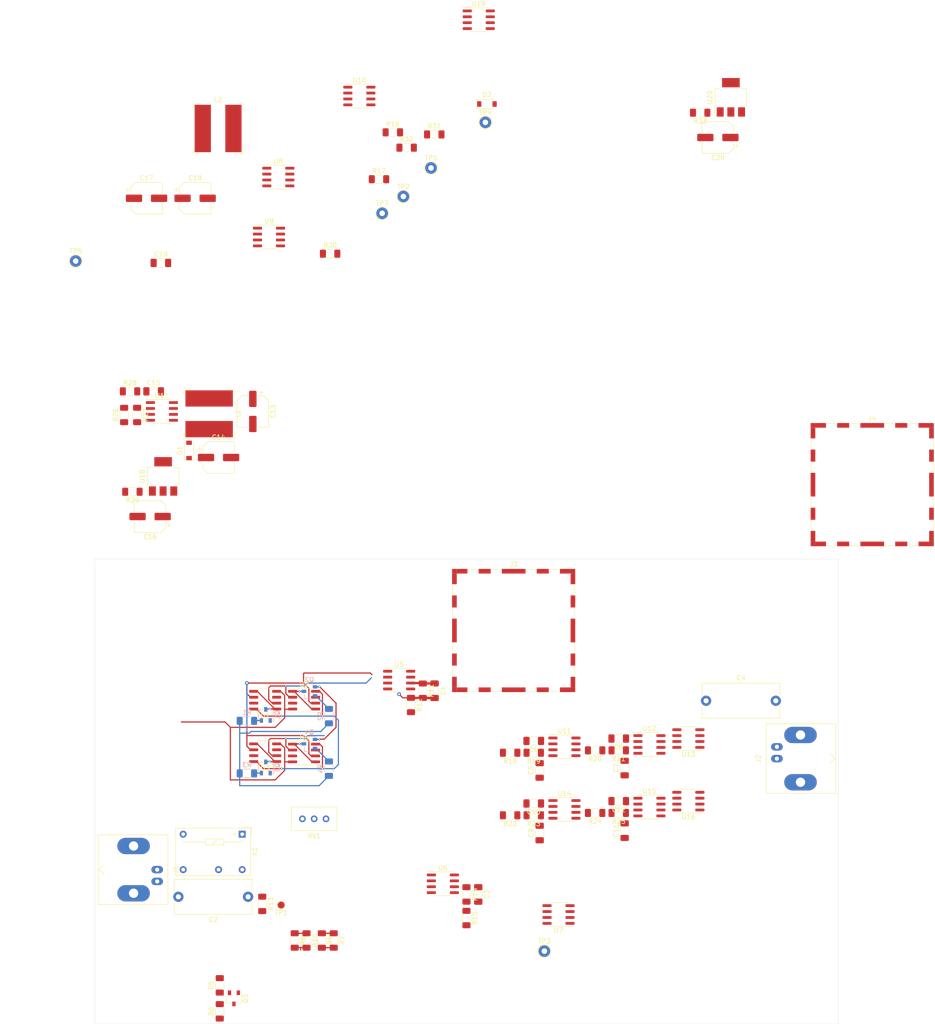
<source format=kicad_pcb>
(kicad_pcb (version 20171130) (host pcbnew 5.1.12-84ad8e8a86~92~ubuntu20.04.1)
  (layers (0 F.Cu signal) (31 B.Cu signal) (34 B.Paste user) (35 F.Paste user) (36 B.SilkS user) (37 F.SilkS user) (38 B.Mask user) (39 F.Mask user) (44 Edge.Cuts user))
  (net 0 "")
  (net 1 FB)
  (net 2 "Net-(C1-Pad1)")
  (net 3 "Net-(C2-Pad2)")
  (net 4 "Net-(C3-Pad2)")
  (net 5 "Net-(C3-Pad1)")
  (net 6 "Net-(C4-Pad2)")
  (net 7 "Net-(C4-Pad1)")
  (net 8 "Net-(C5-Pad2)")
  (net 9 "Net-(C6-Pad2)")
  (net 10 "Net-(C6-Pad1)")
  (net 11 "Net-(C7-Pad2)")
  (net 12 "Net-(C8-Pad2)")
  (net 13 "Net-(C8-Pad1)")
  (net 14 "Net-(C9-Pad2)")
  (net 15 "Net-(C10-Pad2)")
  (net 16 "Net-(C10-Pad1)")
  (net 17 "Net-(C11-Pad2)")
  (net 18 "Net-(C12-Pad2)")
  (net 19 "Net-(C12-Pad1)")
  (net 20 +BAT1)
  (net 21 "Net-(C14-Pad1)")
  (net 22 "Net-(C15-Pad1)")
  (net 23 +12V)
  (net 24 -BAT2)
  (net 25 +BAT2)
  (net 26 "Net-(C18-Pad1)")
  (net 27 "Net-(C19-Pad1)")
  (net 28 "Net-(D1-Pad2)")
  (net 29 "Net-(D2-Pad2)")
  (net 30 "Net-(J1-Pad1)")
  (net 31 "Net-(J2-Pad1)")
  (net 32 "Net-(K1-Pad6)")
  (net 33 "Net-(K1-Pad1)")
  (net 34 "Net-(Q1-Pad3)")
  (net 35 "Net-(Q1-Pad2)")
  (net 36 "Net-(Q1-Pad1)")
  (net 37 "Net-(Q2-Pad3)")
  (net 38 "Net-(Q2-Pad2)")
  (net 39 "Net-(Q5-Pad3)")
  (net 40 "Net-(Q5-Pad2)")
  (net 41 "Net-(R7-Pad2)")
  (net 42 "Net-(R7-Pad1)")
  (net 43 "Net-(R10-Pad2)")
  (net 44 "Net-(R10-Pad1)")
  (net 45 "Net-(R17-Pad2)")
  (net 46 "Net-(R18-Pad2)")
  (net 47 "Net-(R26-Pad2)")
  (net 48 "Net-(R28-Pad1)")
  (net 49 "Net-(R29-Pad1)")
  (net 50 "Net-(R30-Pad2)")
  (net 51 "Net-(R32-Pad1)")
  (net 52 "Net-(R33-Pad1)")
  (net 53 "Net-(U1-Pad3)")
  (net 54 "Net-(U1-Pad7)")
  (net 55 "Net-(U2-Pad3)")
  (net 56 IN)
  (net 57 "Net-(U2-Pad7)")
  (net 58 "Net-(U7-Pad3)")
  (net 59 "Net-(U7-Pad4)")
  (net 60 "Net-(U7-Pad5)")
  (net 61 GAIN_SW)
  (net 62 "Net-(U7-Pad7)")
  (net 63 "Net-(U8-Pad1)")
  (net 64 "Net-(U8-Pad3)")
  (net 65 "Net-(U8-Pad4)")
  (net 66 "Net-(U8-Pad5)")
  (net 67 WB_SW)
  (net 68 "Net-(U8-Pad7)")
  (net 69 "Net-(U13-Pad1)")
  (net 70 "Net-(U9-Pad3)")
  (net 71 "Net-(U9-Pad4)")
  (net 72 "Net-(U9-Pad5)")
  (net 73 OUT_AC_SW)
  (net 74 "Net-(U9-Pad7)")
  (net 75 BUFF_SW)
  (net 76 20k_ENABLE)
  (net 77 "Net-(U13-Pad2)")
  (net 78 "Net-(U13-Pad3)")
  (net 79 "Net-(U13-Pad4)")
  (net 80 "Net-(U13-Pad5)")
  (net 81 "Net-(U13-Pad6)")
  (net 82 "Net-(U13-Pad7)")
  (net 83 "Net-(U16-Pad2)")
  (net 84 "Net-(U16-Pad3)")
  (net 85 "Net-(U16-Pad4)")
  (net 86 "Net-(U16-Pad5)")
  (net 87 "Net-(U16-Pad6)")
  (net 88 "Net-(U16-Pad7)")
  (net 89 BOOST_SW)
  (net 90 "Net-(U17-Pad7)")
  (net 91 "Net-(U17-Pad8)")
  (net 92 "Net-(U19-Pad7)")
  (net 93 "Net-(U19-Pad8)")
  (net 94 "Net-(Q3-Pad3)")
  (net 95 "Net-(Q3-Pad2)")
  (net 96 "Net-(Q4-Pad3)")
  (net 97 "Net-(Q4-Pad2)")
  (net 98 "Net-(U3-Pad3)")
  (net 99 "Net-(U3-Pad7)")
  (net 100 "Net-(U4-Pad3)")
  (net 101 "Net-(U4-Pad7)")
  (net 102 GND)
  (module RF_Shielding:Wuerth_36103255_25x25mm (layer F.Cu) (at 186.88 66.294)
    (fp_text reference J4 (at 0 -14.25) (layer F.SilkS))
    (fp_text value RF_Shield_One_Piece)
    (pad 1 smd rect (at 12.75 11.1) (size 1 2.3) (layers F.Cu F.Paste F.Mask) (net 102 GND))
    (pad 1 smd rect (at -12.75 11.1) (size 1 2.3) (layers F.Cu F.Paste F.Mask) (net 102 GND))
    (pad 1 smd rect (at 12.75 6.25) (size 1 2.6) (layers F.Cu F.Paste F.Mask) (net 102 GND))
    (pad 1 smd rect (at -12.75 6.25) (size 1 2.6) (layers F.Cu F.Paste F.Mask) (net 102 GND))
    (pad 1 smd rect (at 12.75 0) (size 1 5.1) (layers F.Cu F.Paste F.Mask) (net 102 GND))
    (pad 1 smd rect (at -12.75 0) (size 1 5.1) (layers F.Cu F.Paste F.Mask) (net 102 GND))
    (pad 1 smd rect (at 12.75 -6.25) (size 1 2.6) (layers F.Cu F.Paste F.Mask) (net 102 GND))
    (pad 1 smd rect (at -12.75 -6.25) (size 1 2.6) (layers F.Cu F.Paste F.Mask) (net 102 GND))
    (pad 1 smd rect (at 12.75 -11.1) (size 1 2.3) (layers F.Cu F.Paste F.Mask) (net 102 GND))
    (pad 1 smd rect (at -12.75 -11.1) (size 1 2.3) (layers F.Cu F.Paste F.Mask) (net 102 GND))
    (pad 1 smd rect (at 11.1 12.75) (size 2.3 1) (layers F.Cu F.Paste F.Mask) (net 102 GND))
    (pad 1 smd rect (at 11.1 -12.75) (size 2.3 1) (layers F.Cu F.Paste F.Mask) (net 102 GND))
    (pad 1 smd rect (at 6.25 12.75) (size 2.6 1) (layers F.Cu F.Paste F.Mask) (net 102 GND))
    (pad 1 smd rect (at 6.25 -12.75) (size 2.6 1) (layers F.Cu F.Paste F.Mask) (net 102 GND))
    (pad 1 smd rect (at 0 12.75) (size 5.1 1) (layers F.Cu F.Paste F.Mask) (net 102 GND))
    (pad 1 smd rect (at 0 -12.75) (size 5.1 1) (layers F.Cu F.Paste F.Mask) (net 102 GND))
    (pad 1 smd rect (at -6.25 12.75) (size 2.6 1) (layers F.Cu F.Paste F.Mask) (net 102 GND))
    (pad 1 smd rect (at -6.25 -12.75) (size 2.6 1) (layers F.Cu F.Paste F.Mask) (net 102 GND))
    (pad 1 smd rect (at -11.1 12.75) (size 2.3 1) (layers F.Cu F.Paste F.Mask) (net 102 GND))
    (pad 1 smd rect (at -11.1 -12.75) (size 2.3 1) (layers F.Cu F.Paste F.Mask) (net 102 GND))
    (pad 1 smd rect (at -12.75 12.75) (size 1 1) (layers F.Cu F.Paste F.Mask) (net 102 GND))
    (pad 1 smd rect (at 12.75 12.75) (size 1 1) (layers F.Cu F.Paste F.Mask) (net 102 GND))
    (pad 1 smd rect (at 12.75 -12.75) (size 1 1) (layers F.Cu F.Paste F.Mask) (net 102 GND))
    (pad 1 smd rect (at -12.75 -12.75) (size 1 1) (layers F.Cu F.Paste F.Mask) (net 102 GND))
  )
  (module RF_Shielding:Wuerth_36103255_25x25mm (layer F.Cu) (at 109.728 97.663)
    (fp_text reference J3 (at 0 -14.25) (layer F.SilkS))
    (fp_text value RF_Shield_One_Piece)
    (pad 1 smd rect (at -12.75 -12.75) (size 1 1) (layers F.Cu F.Paste F.Mask) (net 102 GND))
    (pad 1 smd rect (at 12.75 -12.75) (size 1 1) (layers F.Cu F.Paste F.Mask) (net 102 GND))
    (pad 1 smd rect (at 12.75 12.75) (size 1 1) (layers F.Cu F.Paste F.Mask) (net 102 GND))
    (pad 1 smd rect (at -12.75 12.75) (size 1 1) (layers F.Cu F.Paste F.Mask) (net 102 GND))
    (pad 1 smd rect (at -11.1 -12.75) (size 2.3 1) (layers F.Cu F.Paste F.Mask) (net 102 GND))
    (pad 1 smd rect (at -11.1 12.75) (size 2.3 1) (layers F.Cu F.Paste F.Mask) (net 102 GND))
    (pad 1 smd rect (at -6.25 -12.75) (size 2.6 1) (layers F.Cu F.Paste F.Mask) (net 102 GND))
    (pad 1 smd rect (at -6.25 12.75) (size 2.6 1) (layers F.Cu F.Paste F.Mask) (net 102 GND))
    (pad 1 smd rect (at 0 -12.75) (size 5.1 1) (layers F.Cu F.Paste F.Mask) (net 102 GND))
    (pad 1 smd rect (at 0 12.75) (size 5.1 1) (layers F.Cu F.Paste F.Mask) (net 102 GND))
    (pad 1 smd rect (at 6.25 -12.75) (size 2.6 1) (layers F.Cu F.Paste F.Mask) (net 102 GND))
    (pad 1 smd rect (at 6.25 12.75) (size 2.6 1) (layers F.Cu F.Paste F.Mask) (net 102 GND))
    (pad 1 smd rect (at 11.1 -12.75) (size 2.3 1) (layers F.Cu F.Paste F.Mask) (net 102 GND))
    (pad 1 smd rect (at 11.1 12.75) (size 2.3 1) (layers F.Cu F.Paste F.Mask) (net 102 GND))
    (pad 1 smd rect (at -12.75 -11.1) (size 1 2.3) (layers F.Cu F.Paste F.Mask) (net 102 GND))
    (pad 1 smd rect (at 12.75 -11.1) (size 1 2.3) (layers F.Cu F.Paste F.Mask) (net 102 GND))
    (pad 1 smd rect (at -12.75 -6.25) (size 1 2.6) (layers F.Cu F.Paste F.Mask) (net 102 GND))
    (pad 1 smd rect (at 12.75 -6.25) (size 1 2.6) (layers F.Cu F.Paste F.Mask) (net 102 GND))
    (pad 1 smd rect (at -12.75 0) (size 1 5.1) (layers F.Cu F.Paste F.Mask) (net 102 GND))
    (pad 1 smd rect (at 12.75 0) (size 1 5.1) (layers F.Cu F.Paste F.Mask) (net 102 GND))
    (pad 1 smd rect (at -12.75 6.25) (size 1 2.6) (layers F.Cu F.Paste F.Mask) (net 102 GND))
    (pad 1 smd rect (at 12.75 6.25) (size 1 2.6) (layers F.Cu F.Paste F.Mask) (net 102 GND))
    (pad 1 smd rect (at -12.75 11.1) (size 1 2.3) (layers F.Cu F.Paste F.Mask) (net 102 GND))
    (pad 1 smd rect (at 12.75 11.1) (size 1 2.3) (layers F.Cu F.Paste F.Mask) (net 102 GND))
  )
  (module Package_SO:SOIC-8_3.9x4.9mm_P1.27mm (layer F.Cu) (at 56.261 123.952 180)
    (fp_text reference U3 (at 0 -3.4) (layer F.SilkS))
    (fp_text value JFE2140)
    (pad 1 smd roundrect (at -2.475 -1.905 180) (size 1.95 0.6) (layers F.Cu F.Paste F.Mask) (net 94 "Net-(Q3-Pad3)"))
    (pad 2 smd roundrect (at -2.475 -0.635 180) (size 1.95 0.6) (layers F.Cu F.Paste F.Mask) (net 41 "Net-(R7-Pad2)"))
    (pad 3 smd roundrect (at -2.475 0.635 180) (size 1.95 0.6) (layers F.Cu F.Paste F.Mask) (net 98 "Net-(U3-Pad3)"))
    (pad 4 smd roundrect (at -2.475 1.905 180) (size 1.95 0.6) (layers F.Cu F.Paste F.Mask) (net 56 IN))
    (pad 5 smd roundrect (at 2.475 1.905 180) (size 1.95 0.6) (layers F.Cu F.Paste F.Mask) (net 94 "Net-(Q3-Pad3)"))
    (pad 6 smd roundrect (at 2.475 0.635 180) (size 1.95 0.6) (layers F.Cu F.Paste F.Mask) (net 43 "Net-(R10-Pad2)"))
    (pad 7 smd roundrect (at 2.475 -0.635 180) (size 1.95 0.6) (layers F.Cu F.Paste F.Mask) (net 99 "Net-(U3-Pad7)"))
    (pad 8 smd roundrect (at 2.475 -1.905 180) (size 1.95 0.6) (layers F.Cu F.Paste F.Mask) (net 1 FB))
  )
  (module Package_SO:SOIC-8_3.9x4.9mm_P1.27mm (layer F.Cu) (at 64.626001 124.010001)
    (fp_text reference U4 (at 0 -3.4) (layer F.SilkS))
    (fp_text value JFE2140)
    (pad 1 smd roundrect (at -2.475 -1.905) (size 1.95 0.6) (layers F.Cu F.Paste F.Mask) (net 96 "Net-(Q4-Pad3)"))
    (pad 2 smd roundrect (at -2.475 -0.635) (size 1.95 0.6) (layers F.Cu F.Paste F.Mask) (net 41 "Net-(R7-Pad2)"))
    (pad 3 smd roundrect (at -2.475 0.635) (size 1.95 0.6) (layers F.Cu F.Paste F.Mask) (net 100 "Net-(U4-Pad3)"))
    (pad 4 smd roundrect (at -2.475 1.905) (size 1.95 0.6) (layers F.Cu F.Paste F.Mask) (net 56 IN))
    (pad 5 smd roundrect (at 2.475 1.905) (size 1.95 0.6) (layers F.Cu F.Paste F.Mask) (net 96 "Net-(Q4-Pad3)"))
    (pad 6 smd roundrect (at 2.475 0.635) (size 1.95 0.6) (layers F.Cu F.Paste F.Mask) (net 43 "Net-(R10-Pad2)"))
    (pad 7 smd roundrect (at 2.475 -0.635) (size 1.95 0.6) (layers F.Cu F.Paste F.Mask) (net 101 "Net-(U4-Pad7)"))
    (pad 8 smd roundrect (at 2.475 -1.905) (size 1.95 0.6) (layers F.Cu F.Paste F.Mask) (net 1 FB))
  )
  (module Resistor_SMD:R_1206_3216Metric_Pad1.30x1.75mm_HandSolder (layer B.Cu) (at 69.977 127.381 270)
    (fp_text reference R4 (at 0 1.82 90) (layer B.SilkS) (effects (justify mirror)))
    (fp_text value 1k)
    (pad 2 smd roundrect (at 1.55 0 270) (size 1.3 1.75) (layers B.Cu B.Paste B.Mask) (roundrect_rratio 0.192308) (net 24 -BAT2))
    (pad 1 smd roundrect (at -1.55 0 270) (size 1.3 1.75) (layers B.Cu B.Paste B.Mask) (roundrect_rratio 0.192308) (net 97 "Net-(Q4-Pad2)"))
  )
  (module Resistor_SMD:R_1206_3216Metric_Pad1.30x1.75mm_HandSolder (layer B.Cu) (at 52.324 128.397 180)
    (fp_text reference R3 (at 0 1.82) (layer B.SilkS) (effects (justify mirror)))
    (fp_text value 1k)
    (pad 2 smd roundrect (at 1.55 0 180) (size 1.3 1.75) (layers B.Cu B.Paste B.Mask) (roundrect_rratio 0.192308) (net 24 -BAT2))
    (pad 1 smd roundrect (at -1.55 0 180) (size 1.3 1.75) (layers B.Cu B.Paste B.Mask) (roundrect_rratio 0.192308) (net 95 "Net-(Q3-Pad2)"))
  )
  (module Package_TO_SOT_SMD:SOT-23W (layer B.Cu) (at 65.786 122.047 180)
    (fp_text reference Q4 (at 0 2.5) (layer B.SilkS) (effects (justify mirror)))
    (fp_text value MMBT3904)
    (pad 3 smd rect (at 1.2 0 180) (size 1 0.7) (layers B.Cu B.Paste B.Mask) (net 96 "Net-(Q4-Pad3)"))
    (pad 2 smd rect (at -1.2 -0.95 180) (size 1 0.7) (layers B.Cu B.Paste B.Mask) (net 97 "Net-(Q4-Pad2)"))
    (pad 1 smd rect (at -1.2 0.95 180) (size 1 0.7) (layers B.Cu B.Paste B.Mask) (net 36 "Net-(Q1-Pad1)"))
  )
  (module Package_TO_SOT_SMD:SOT-23W (layer B.Cu) (at 56.388 127.127 90)
    (fp_text reference Q3 (at 0 2.5 90) (layer B.SilkS) (effects (justify mirror)))
    (fp_text value MMBT3904)
    (pad 3 smd rect (at 1.2 0 90) (size 1 0.7) (layers B.Cu B.Paste B.Mask) (net 94 "Net-(Q3-Pad3)"))
    (pad 2 smd rect (at -1.2 -0.95 90) (size 1 0.7) (layers B.Cu B.Paste B.Mask) (net 95 "Net-(Q3-Pad2)"))
    (pad 1 smd rect (at -1.2 0.95 90) (size 1 0.7) (layers B.Cu B.Paste B.Mask) (net 36 "Net-(Q1-Pad1)"))
  )
  (module TestPoint:TestPoint_Pad_D1.5mm (layer F.Cu) (at 59.69 156.718 180)
    (fp_text reference TP1 (at 0 -1.648) (layer F.SilkS))
    (fp_text value TestPoint)
    (pad 1 smd circle (at 0 0 180) (size 1.5 1.5) (layers F.Cu F.Mask) (net 56 IN))
  )
  (module Package_SO:SOIC-8_3.9x4.9mm_P1.27mm (layer F.Cu) (at 56.261 112.649 180)
    (fp_text reference U1 (at 0 -3.4) (layer F.SilkS))
    (fp_text value JFE2140)
    (pad 1 smd roundrect (at -2.475 -1.905 180) (size 1.95 0.6) (layers F.Cu F.Paste F.Mask) (net 34 "Net-(Q1-Pad3)"))
    (pad 2 smd roundrect (at -2.475 -0.635 180) (size 1.95 0.6) (layers F.Cu F.Paste F.Mask) (net 41 "Net-(R7-Pad2)"))
    (pad 3 smd roundrect (at -2.475 0.635 180) (size 1.95 0.6) (layers F.Cu F.Paste F.Mask) (net 53 "Net-(U1-Pad3)"))
    (pad 4 smd roundrect (at -2.475 1.905 180) (size 1.95 0.6) (layers F.Cu F.Paste F.Mask) (net 56 IN))
    (pad 5 smd roundrect (at 2.475 1.905 180) (size 1.95 0.6) (layers F.Cu F.Paste F.Mask) (net 34 "Net-(Q1-Pad3)"))
    (pad 6 smd roundrect (at 2.475 0.635 180) (size 1.95 0.6) (layers F.Cu F.Paste F.Mask) (net 43 "Net-(R10-Pad2)"))
    (pad 7 smd roundrect (at 2.475 -0.635 180) (size 1.95 0.6) (layers F.Cu F.Paste F.Mask) (net 54 "Net-(U1-Pad7)"))
    (pad 8 smd roundrect (at 2.475 -1.905 180) (size 1.95 0.6) (layers F.Cu F.Paste F.Mask) (net 1 FB))
  )
  (module Package_TO_SOT_SMD:SOT-23W (layer F.Cu) (at 49.53 176.784 270)
    (fp_text reference Q5 (at 0 -2.5 90) (layer F.SilkS))
    (fp_text value MMBT3904)
    (pad 3 smd rect (at 1.2 0 270) (size 1 0.7) (layers F.Cu F.Paste F.Mask) (net 39 "Net-(Q5-Pad3)"))
    (pad 2 smd rect (at -1.2 0.95 270) (size 1 0.7) (layers F.Cu F.Paste F.Mask) (net 40 "Net-(Q5-Pad2)"))
    (pad 1 smd rect (at -1.2 -0.95 270) (size 1 0.7) (layers F.Cu F.Paste F.Mask) (net 36 "Net-(Q1-Pad1)"))
  )
  (module Package_TO_SOT_SMD:SOT-23W (layer B.Cu) (at 65.786 110.744 180)
    (fp_text reference Q2 (at 0 2.5) (layer B.SilkS) (effects (justify mirror)))
    (fp_text value MMBT3904)
    (pad 3 smd rect (at 1.2 0 180) (size 1 0.7) (layers B.Cu B.Paste B.Mask) (net 37 "Net-(Q2-Pad3)"))
    (pad 2 smd rect (at -1.2 -0.95 180) (size 1 0.7) (layers B.Cu B.Paste B.Mask) (net 38 "Net-(Q2-Pad2)"))
    (pad 1 smd rect (at -1.2 0.95 180) (size 1 0.7) (layers B.Cu B.Paste B.Mask) (net 36 "Net-(Q1-Pad1)"))
  )
  (module Package_TO_SOT_SMD:SOT-23W (layer B.Cu) (at 56.388 115.824 90)
    (fp_text reference Q1 (at 0 2.5 270) (layer B.SilkS) (effects (justify mirror)))
    (fp_text value MMBT3904)
    (pad 1 smd rect (at -1.2 0.95 90) (size 1 0.7) (layers B.Cu B.Paste B.Mask) (net 36 "Net-(Q1-Pad1)"))
    (pad 2 smd rect (at -1.2 -0.95 90) (size 1 0.7) (layers B.Cu B.Paste B.Mask) (net 35 "Net-(Q1-Pad2)"))
    (pad 3 smd rect (at 1.2 0 90) (size 1 0.7) (layers B.Cu B.Paste B.Mask) (net 34 "Net-(Q1-Pad3)"))
  )
  (module Package_TO_SOT_SMD:SOT-223 (layer F.Cu) (at 156.464 -17.018 90)
    (fp_text reference U20 (at 0 -4.5 90) (layer F.SilkS))
    (fp_text value LT3088)
    (pad 4 smd rect (at 3.15 0 90) (size 2 3.8) (layers F.Cu F.Paste F.Mask))
    (pad 2 smd rect (at -3.15 0 90) (size 2 1.5) (layers F.Cu F.Paste F.Mask) (net 102 GND))
    (pad 3 smd rect (at -3.15 2.3 90) (size 2 1.5) (layers F.Cu F.Paste F.Mask) (net 26 "Net-(C18-Pad1)"))
    (pad 1 smd rect (at -3.15 -2.3 90) (size 2 1.5) (layers F.Cu F.Paste F.Mask) (net 52 "Net-(R33-Pad1)"))
  )
  (module Package_SO:SOIC-8_3.9x4.9mm_P1.27mm (layer F.Cu) (at 102.212 -33.702)
    (fp_text reference U19 (at 0 -3.4) (layer F.SilkS))
    (fp_text value LT1307CS8)
    (pad 1 smd roundrect (at -2.475 -1.905) (size 1.95 0.6) (layers F.Cu F.Paste F.Mask) (net 51 "Net-(R32-Pad1)"))
    (pad 2 smd roundrect (at -2.475 -0.635) (size 1.95 0.6) (layers F.Cu F.Paste F.Mask) (net 50 "Net-(R30-Pad2)"))
    (pad 3 smd roundrect (at -2.475 0.635) (size 1.95 0.6) (layers F.Cu F.Paste F.Mask) (net 89 BOOST_SW))
    (pad 4 smd roundrect (at -2.475 1.905) (size 1.95 0.6) (layers F.Cu F.Paste F.Mask) (net 24 -BAT2))
    (pad 5 smd roundrect (at 2.475 1.905) (size 1.95 0.6) (layers F.Cu F.Paste F.Mask) (net 29 "Net-(D2-Pad2)"))
    (pad 6 smd roundrect (at 2.475 0.635) (size 1.95 0.6) (layers F.Cu F.Paste F.Mask) (net 25 +BAT2))
    (pad 7 smd roundrect (at 2.475 -0.635) (size 1.95 0.6) (layers F.Cu F.Paste F.Mask) (net 92 "Net-(U19-Pad7)"))
    (pad 8 smd roundrect (at 2.475 -1.905) (size 1.95 0.6) (layers F.Cu F.Paste F.Mask) (net 93 "Net-(U19-Pad8)"))
  )
  (module Package_TO_SOT_SMD:SOT-223 (layer F.Cu) (at 34.29 64.516 90)
    (fp_text reference U18 (at 0 -4.5 90) (layer F.SilkS))
    (fp_text value LT3088)
    (pad 4 smd rect (at 3.15 0 90) (size 2 3.8) (layers F.Cu F.Paste F.Mask))
    (pad 2 smd rect (at -3.15 0 90) (size 2 1.5) (layers F.Cu F.Paste F.Mask) (net 23 +12V))
    (pad 3 smd rect (at -3.15 2.3 90) (size 2 1.5) (layers F.Cu F.Paste F.Mask) (net 21 "Net-(C14-Pad1)"))
    (pad 1 smd rect (at -3.15 -2.3 90) (size 2 1.5) (layers F.Cu F.Paste F.Mask) (net 49 "Net-(R29-Pad1)"))
  )
  (module Package_SO:SOIC-8_3.9x4.9mm_P1.27mm (layer F.Cu) (at 34.036 50.546)
    (fp_text reference U17 (at 0 -3.4) (layer F.SilkS))
    (fp_text value LT1307CS8)
    (pad 1 smd roundrect (at -2.475 -1.905) (size 1.95 0.6) (layers F.Cu F.Paste F.Mask) (net 48 "Net-(R28-Pad1)"))
    (pad 2 smd roundrect (at -2.475 -0.635) (size 1.95 0.6) (layers F.Cu F.Paste F.Mask) (net 47 "Net-(R26-Pad2)"))
    (pad 3 smd roundrect (at -2.475 0.635) (size 1.95 0.6) (layers F.Cu F.Paste F.Mask) (net 89 BOOST_SW))
    (pad 4 smd roundrect (at -2.475 1.905) (size 1.95 0.6) (layers F.Cu F.Paste F.Mask) (net 102 GND))
    (pad 5 smd roundrect (at 2.475 1.905) (size 1.95 0.6) (layers F.Cu F.Paste F.Mask) (net 28 "Net-(D1-Pad2)"))
    (pad 6 smd roundrect (at 2.475 0.635) (size 1.95 0.6) (layers F.Cu F.Paste F.Mask) (net 20 +BAT1))
    (pad 7 smd roundrect (at 2.475 -0.635) (size 1.95 0.6) (layers F.Cu F.Paste F.Mask) (net 90 "Net-(U17-Pad7)"))
    (pad 8 smd roundrect (at 2.475 -1.905) (size 1.95 0.6) (layers F.Cu F.Paste F.Mask) (net 91 "Net-(U17-Pad8)"))
  )
  (module Package_SO:SOIC-8_3.9x4.9mm_P1.27mm (layer F.Cu) (at 147.32 134.366 180)
    (fp_text reference U16 (at 0 -3.4) (layer F.SilkS))
    (fp_text value DG419BDY)
    (pad 1 smd roundrect (at -2.475 -1.905 180) (size 1.95 0.6) (layers F.Cu F.Paste F.Mask) (net 69 "Net-(U13-Pad1)"))
    (pad 2 smd roundrect (at -2.475 -0.635 180) (size 1.95 0.6) (layers F.Cu F.Paste F.Mask) (net 83 "Net-(U16-Pad2)"))
    (pad 3 smd roundrect (at -2.475 0.635 180) (size 1.95 0.6) (layers F.Cu F.Paste F.Mask) (net 84 "Net-(U16-Pad3)"))
    (pad 4 smd roundrect (at -2.475 1.905 180) (size 1.95 0.6) (layers F.Cu F.Paste F.Mask) (net 85 "Net-(U16-Pad4)"))
    (pad 5 smd roundrect (at 2.475 1.905 180) (size 1.95 0.6) (layers F.Cu F.Paste F.Mask) (net 86 "Net-(U16-Pad5)"))
    (pad 6 smd roundrect (at 2.475 0.635 180) (size 1.95 0.6) (layers F.Cu F.Paste F.Mask) (net 87 "Net-(U16-Pad6)"))
    (pad 7 smd roundrect (at 2.475 -0.635 180) (size 1.95 0.6) (layers F.Cu F.Paste F.Mask) (net 88 "Net-(U16-Pad7)"))
    (pad 8 smd roundrect (at 2.475 -1.905 180) (size 1.95 0.6) (layers F.Cu F.Paste F.Mask) (net 19 "Net-(C12-Pad1)"))
  )
  (module Package_SO:SOIC-8_3.9x4.9mm_P1.27mm (layer F.Cu) (at 138.938 135.636)
    (fp_text reference U15 (at 0 -3.4) (layer F.SilkS))
    (fp_text value OPA191)
    (pad 8 smd roundrect (at 2.475 -1.905) (size 1.95 0.6) (layers F.Cu F.Paste F.Mask))
    (pad 7 smd roundrect (at 2.475 -0.635) (size 1.95 0.6) (layers F.Cu F.Paste F.Mask) (net 23 +12V))
    (pad 6 smd roundrect (at 2.475 0.635) (size 1.95 0.6) (layers F.Cu F.Paste F.Mask) (net 19 "Net-(C12-Pad1)"))
    (pad 5 smd roundrect (at 2.475 1.905) (size 1.95 0.6) (layers F.Cu F.Paste F.Mask))
    (pad 4 smd roundrect (at -2.475 1.905) (size 1.95 0.6) (layers F.Cu F.Paste F.Mask) (net 24 -BAT2))
    (pad 3 smd roundrect (at -2.475 0.635) (size 1.95 0.6) (layers F.Cu F.Paste F.Mask) (net 17 "Net-(C11-Pad2)"))
    (pad 2 smd roundrect (at -2.475 -0.635) (size 1.95 0.6) (layers F.Cu F.Paste F.Mask) (net 19 "Net-(C12-Pad1)"))
    (pad 1 smd roundrect (at -2.475 -1.905) (size 1.95 0.6) (layers F.Cu F.Paste F.Mask))
  )
  (module Package_SO:SOIC-8_3.9x4.9mm_P1.27mm (layer F.Cu) (at 120.65 136.144)
    (fp_text reference U14 (at 0 -3.4) (layer F.SilkS))
    (fp_text value OPA191)
    (pad 8 smd roundrect (at 2.475 -1.905) (size 1.95 0.6) (layers F.Cu F.Paste F.Mask))
    (pad 7 smd roundrect (at 2.475 -0.635) (size 1.95 0.6) (layers F.Cu F.Paste F.Mask) (net 23 +12V))
    (pad 6 smd roundrect (at 2.475 0.635) (size 1.95 0.6) (layers F.Cu F.Paste F.Mask) (net 16 "Net-(C10-Pad1)"))
    (pad 5 smd roundrect (at 2.475 1.905) (size 1.95 0.6) (layers F.Cu F.Paste F.Mask))
    (pad 4 smd roundrect (at -2.475 1.905) (size 1.95 0.6) (layers F.Cu F.Paste F.Mask) (net 24 -BAT2))
    (pad 3 smd roundrect (at -2.475 0.635) (size 1.95 0.6) (layers F.Cu F.Paste F.Mask) (net 14 "Net-(C9-Pad2)"))
    (pad 2 smd roundrect (at -2.475 -0.635) (size 1.95 0.6) (layers F.Cu F.Paste F.Mask) (net 16 "Net-(C10-Pad1)"))
    (pad 1 smd roundrect (at -2.475 -1.905) (size 1.95 0.6) (layers F.Cu F.Paste F.Mask))
  )
  (module Package_SO:SOIC-8_3.9x4.9mm_P1.27mm (layer F.Cu) (at 147.32 120.904 180)
    (fp_text reference U13 (at 0 -3.4) (layer F.SilkS))
    (fp_text value DG419BDY)
    (pad 1 smd roundrect (at -2.475 -1.905 180) (size 1.95 0.6) (layers F.Cu F.Paste F.Mask) (net 69 "Net-(U13-Pad1)"))
    (pad 2 smd roundrect (at -2.475 -0.635 180) (size 1.95 0.6) (layers F.Cu F.Paste F.Mask) (net 77 "Net-(U13-Pad2)"))
    (pad 3 smd roundrect (at -2.475 0.635 180) (size 1.95 0.6) (layers F.Cu F.Paste F.Mask) (net 78 "Net-(U13-Pad3)"))
    (pad 4 smd roundrect (at -2.475 1.905 180) (size 1.95 0.6) (layers F.Cu F.Paste F.Mask) (net 79 "Net-(U13-Pad4)"))
    (pad 5 smd roundrect (at 2.475 1.905 180) (size 1.95 0.6) (layers F.Cu F.Paste F.Mask) (net 80 "Net-(U13-Pad5)"))
    (pad 6 smd roundrect (at 2.475 0.635 180) (size 1.95 0.6) (layers F.Cu F.Paste F.Mask) (net 81 "Net-(U13-Pad6)"))
    (pad 7 smd roundrect (at 2.475 -0.635 180) (size 1.95 0.6) (layers F.Cu F.Paste F.Mask) (net 82 "Net-(U13-Pad7)"))
    (pad 8 smd roundrect (at 2.475 -1.905 180) (size 1.95 0.6) (layers F.Cu F.Paste F.Mask) (net 13 "Net-(C8-Pad1)"))
  )
  (module Package_SO:SOIC-8_3.9x4.9mm_P1.27mm (layer F.Cu) (at 138.938 122.174)
    (fp_text reference U12 (at 0 -3.4) (layer F.SilkS))
    (fp_text value ADA4622-1ARZ)
    (pad 8 smd roundrect (at 2.475 -1.905) (size 1.95 0.6) (layers F.Cu F.Paste F.Mask) (net 76 20k_ENABLE))
    (pad 7 smd roundrect (at 2.475 -0.635) (size 1.95 0.6) (layers F.Cu F.Paste F.Mask) (net 23 +12V))
    (pad 6 smd roundrect (at 2.475 0.635) (size 1.95 0.6) (layers F.Cu F.Paste F.Mask) (net 13 "Net-(C8-Pad1)"))
    (pad 5 smd roundrect (at 2.475 1.905) (size 1.95 0.6) (layers F.Cu F.Paste F.Mask))
    (pad 4 smd roundrect (at -2.475 1.905) (size 1.95 0.6) (layers F.Cu F.Paste F.Mask) (net 24 -BAT2))
    (pad 3 smd roundrect (at -2.475 0.635) (size 1.95 0.6) (layers F.Cu F.Paste F.Mask) (net 11 "Net-(C7-Pad2)"))
    (pad 2 smd roundrect (at -2.475 -0.635) (size 1.95 0.6) (layers F.Cu F.Paste F.Mask) (net 13 "Net-(C8-Pad1)"))
    (pad 1 smd roundrect (at -2.475 -1.905) (size 1.95 0.6) (layers F.Cu F.Paste F.Mask))
  )
  (module Package_SO:SOIC-8_3.9x4.9mm_P1.27mm (layer F.Cu) (at 120.65 122.682)
    (fp_text reference U11 (at 0 -3.4) (layer F.SilkS))
    (fp_text value ADA4622-1ARZ)
    (pad 8 smd roundrect (at 2.475 -1.905) (size 1.95 0.6) (layers F.Cu F.Paste F.Mask) (net 76 20k_ENABLE))
    (pad 7 smd roundrect (at 2.475 -0.635) (size 1.95 0.6) (layers F.Cu F.Paste F.Mask) (net 23 +12V))
    (pad 6 smd roundrect (at 2.475 0.635) (size 1.95 0.6) (layers F.Cu F.Paste F.Mask) (net 10 "Net-(C6-Pad1)"))
    (pad 5 smd roundrect (at 2.475 1.905) (size 1.95 0.6) (layers F.Cu F.Paste F.Mask))
    (pad 4 smd roundrect (at -2.475 1.905) (size 1.95 0.6) (layers F.Cu F.Paste F.Mask) (net 24 -BAT2))
    (pad 3 smd roundrect (at -2.475 0.635) (size 1.95 0.6) (layers F.Cu F.Paste F.Mask) (net 8 "Net-(C5-Pad2)"))
    (pad 2 smd roundrect (at -2.475 -0.635) (size 1.95 0.6) (layers F.Cu F.Paste F.Mask) (net 10 "Net-(C6-Pad1)"))
    (pad 1 smd roundrect (at -2.475 -1.905) (size 1.95 0.6) (layers F.Cu F.Paste F.Mask))
  )
  (module Package_SO:SOIC-8_3.9x4.9mm_P1.27mm (layer F.Cu) (at 76.522 -17.302)
    (fp_text reference U10 (at 0 -3.4) (layer F.SilkS))
    (fp_text value ADA4622-1ARZ)
    (pad 8 smd roundrect (at 2.475 -1.905) (size 1.95 0.6) (layers F.Cu F.Paste F.Mask) (net 75 BUFF_SW))
    (pad 7 smd roundrect (at 2.475 -0.635) (size 1.95 0.6) (layers F.Cu F.Paste F.Mask) (net 23 +12V))
    (pad 6 smd roundrect (at 2.475 0.635) (size 1.95 0.6) (layers F.Cu F.Paste F.Mask) (net 45 "Net-(R17-Pad2)"))
    (pad 5 smd roundrect (at 2.475 1.905) (size 1.95 0.6) (layers F.Cu F.Paste F.Mask))
    (pad 4 smd roundrect (at -2.475 1.905) (size 1.95 0.6) (layers F.Cu F.Paste F.Mask) (net 24 -BAT2))
    (pad 3 smd roundrect (at -2.475 0.635) (size 1.95 0.6) (layers F.Cu F.Paste F.Mask) (net 7 "Net-(C4-Pad1)"))
    (pad 2 smd roundrect (at -2.475 -0.635) (size 1.95 0.6) (layers F.Cu F.Paste F.Mask) (net 45 "Net-(R17-Pad2)"))
    (pad 1 smd roundrect (at -2.475 -1.905) (size 1.95 0.6) (layers F.Cu F.Paste F.Mask))
  )
  (module Package_SO:SOIC-8_3.9x4.9mm_P1.27mm (layer F.Cu) (at 57.082 13.028)
    (fp_text reference U9 (at 0 -3.4) (layer F.SilkS))
    (fp_text value DG419BDY)
    (pad 1 smd roundrect (at -2.475 -1.905) (size 1.95 0.6) (layers F.Cu F.Paste F.Mask) (net 63 "Net-(U8-Pad1)"))
    (pad 2 smd roundrect (at -2.475 -0.635) (size 1.95 0.6) (layers F.Cu F.Paste F.Mask) (net 7 "Net-(C4-Pad1)"))
    (pad 3 smd roundrect (at -2.475 0.635) (size 1.95 0.6) (layers F.Cu F.Paste F.Mask) (net 70 "Net-(U9-Pad3)"))
    (pad 4 smd roundrect (at -2.475 1.905) (size 1.95 0.6) (layers F.Cu F.Paste F.Mask) (net 71 "Net-(U9-Pad4)"))
    (pad 5 smd roundrect (at 2.475 1.905) (size 1.95 0.6) (layers F.Cu F.Paste F.Mask) (net 72 "Net-(U9-Pad5)"))
    (pad 6 smd roundrect (at 2.475 0.635) (size 1.95 0.6) (layers F.Cu F.Paste F.Mask) (net 73 OUT_AC_SW))
    (pad 7 smd roundrect (at 2.475 -0.635) (size 1.95 0.6) (layers F.Cu F.Paste F.Mask) (net 74 "Net-(U9-Pad7)"))
    (pad 8 smd roundrect (at 2.475 -1.905) (size 1.95 0.6) (layers F.Cu F.Paste F.Mask) (net 6 "Net-(C4-Pad2)"))
  )
  (module Package_SO:SOIC-8_3.9x4.9mm_P1.27mm (layer F.Cu) (at 59.082 0.128)
    (fp_text reference U8 (at 0 -3.4) (layer F.SilkS))
    (fp_text value DG419BDY)
    (pad 1 smd roundrect (at -2.475 -1.905) (size 1.95 0.6) (layers F.Cu F.Paste F.Mask) (net 63 "Net-(U8-Pad1)"))
    (pad 2 smd roundrect (at -2.475 -0.635) (size 1.95 0.6) (layers F.Cu F.Paste F.Mask) (net 46 "Net-(R18-Pad2)"))
    (pad 3 smd roundrect (at -2.475 0.635) (size 1.95 0.6) (layers F.Cu F.Paste F.Mask) (net 64 "Net-(U8-Pad3)"))
    (pad 4 smd roundrect (at -2.475 1.905) (size 1.95 0.6) (layers F.Cu F.Paste F.Mask) (net 65 "Net-(U8-Pad4)"))
    (pad 5 smd roundrect (at 2.475 1.905) (size 1.95 0.6) (layers F.Cu F.Paste F.Mask) (net 66 "Net-(U8-Pad5)"))
    (pad 6 smd roundrect (at 2.475 0.635) (size 1.95 0.6) (layers F.Cu F.Paste F.Mask) (net 67 WB_SW))
    (pad 7 smd roundrect (at 2.475 -0.635) (size 1.95 0.6) (layers F.Cu F.Paste F.Mask) (net 68 "Net-(U8-Pad7)"))
    (pad 8 smd roundrect (at 2.475 -1.905) (size 1.95 0.6) (layers F.Cu F.Paste F.Mask) (net 69 "Net-(U13-Pad1)"))
  )
  (module Package_SO:SOIC-8_3.9x4.9mm_P1.27mm (layer F.Cu) (at 119.38 158.75 180)
    (fp_text reference U7 (at 0 -3.4) (layer F.SilkS))
    (fp_text value DG419BDY)
    (pad 8 smd roundrect (at 2.475 -1.905 180) (size 1.95 0.6) (layers F.Cu F.Paste F.Mask) (net 5 "Net-(C3-Pad1)"))
    (pad 7 smd roundrect (at 2.475 -0.635 180) (size 1.95 0.6) (layers F.Cu F.Paste F.Mask) (net 62 "Net-(U7-Pad7)"))
    (pad 6 smd roundrect (at 2.475 0.635 180) (size 1.95 0.6) (layers F.Cu F.Paste F.Mask) (net 61 GAIN_SW))
    (pad 5 smd roundrect (at 2.475 1.905 180) (size 1.95 0.6) (layers F.Cu F.Paste F.Mask) (net 60 "Net-(U7-Pad5)"))
    (pad 4 smd roundrect (at -2.475 1.905 180) (size 1.95 0.6) (layers F.Cu F.Paste F.Mask) (net 59 "Net-(U7-Pad4)"))
    (pad 3 smd roundrect (at -2.475 0.635 180) (size 1.95 0.6) (layers F.Cu F.Paste F.Mask) (net 58 "Net-(U7-Pad3)"))
    (pad 2 smd roundrect (at -2.475 -0.635 180) (size 1.95 0.6) (layers F.Cu F.Paste F.Mask) (net 2 "Net-(C1-Pad1)"))
    (pad 1 smd roundrect (at -2.475 -1.905 180) (size 1.95 0.6) (layers F.Cu F.Paste F.Mask) (net 46 "Net-(R18-Pad2)"))
  )
  (module Package_SO:SOIC-8_3.9x4.9mm_P1.27mm (layer F.Cu) (at 94.488 152.146)
    (fp_text reference U6 (at 0 -3.4) (layer F.SilkS))
    (fp_text value AD8033-ARZ)
    (pad 1 smd roundrect (at -2.475 -1.905) (size 1.95 0.6) (layers F.Cu F.Paste F.Mask))
    (pad 2 smd roundrect (at -2.475 -0.635) (size 1.95 0.6) (layers F.Cu F.Paste F.Mask) (net 4 "Net-(C3-Pad2)"))
    (pad 3 smd roundrect (at -2.475 0.635) (size 1.95 0.6) (layers F.Cu F.Paste F.Mask) (net 2 "Net-(C1-Pad1)"))
    (pad 4 smd roundrect (at -2.475 1.905) (size 1.95 0.6) (layers F.Cu F.Paste F.Mask) (net 24 -BAT2))
    (pad 5 smd roundrect (at 2.475 1.905) (size 1.95 0.6) (layers F.Cu F.Paste F.Mask))
    (pad 6 smd roundrect (at 2.475 0.635) (size 1.95 0.6) (layers F.Cu F.Paste F.Mask) (net 5 "Net-(C3-Pad1)"))
    (pad 7 smd roundrect (at 2.475 -0.635) (size 1.95 0.6) (layers F.Cu F.Paste F.Mask) (net 23 +12V))
    (pad 8 smd roundrect (at 2.475 -1.905) (size 1.95 0.6) (layers F.Cu F.Paste F.Mask))
  )
  (module Package_SO:SOIC-8_3.9x4.9mm_P1.27mm (layer F.Cu) (at 85.09 108.331)
    (fp_text reference U5 (at 0 -3.4) (layer F.SilkS))
    (fp_text value OPA828)
    (pad 8 smd roundrect (at 2.475 -1.905) (size 1.95 0.6) (layers F.Cu F.Paste F.Mask))
    (pad 7 smd roundrect (at 2.475 -0.635) (size 1.95 0.6) (layers F.Cu F.Paste F.Mask) (net 23 +12V))
    (pad 6 smd roundrect (at 2.475 0.635) (size 1.95 0.6) (layers F.Cu F.Paste F.Mask) (net 2 "Net-(C1-Pad1)"))
    (pad 5 smd roundrect (at 2.475 1.905) (size 1.95 0.6) (layers F.Cu F.Paste F.Mask))
    (pad 4 smd roundrect (at -2.475 1.905) (size 1.95 0.6) (layers F.Cu F.Paste F.Mask) (net 24 -BAT2))
    (pad 3 smd roundrect (at -2.475 0.635) (size 1.95 0.6) (layers F.Cu F.Paste F.Mask) (net 41 "Net-(R7-Pad2)"))
    (pad 2 smd roundrect (at -2.475 -0.635) (size 1.95 0.6) (layers F.Cu F.Paste F.Mask) (net 43 "Net-(R10-Pad2)"))
    (pad 1 smd roundrect (at -2.475 -1.905) (size 1.95 0.6) (layers F.Cu F.Paste F.Mask))
  )
  (module Package_SO:SOIC-8_3.9x4.9mm_P1.27mm (layer F.Cu) (at 64.643 112.649)
    (fp_text reference U2 (at 0 -3.4) (layer F.SilkS))
    (fp_text value JFE2140)
    (pad 1 smd roundrect (at -2.475 -1.905) (size 1.95 0.6) (layers F.Cu F.Paste F.Mask) (net 37 "Net-(Q2-Pad3)"))
    (pad 2 smd roundrect (at -2.475 -0.635) (size 1.95 0.6) (layers F.Cu F.Paste F.Mask) (net 41 "Net-(R7-Pad2)"))
    (pad 3 smd roundrect (at -2.475 0.635) (size 1.95 0.6) (layers F.Cu F.Paste F.Mask) (net 55 "Net-(U2-Pad3)"))
    (pad 4 smd roundrect (at -2.475 1.905) (size 1.95 0.6) (layers F.Cu F.Paste F.Mask) (net 56 IN))
    (pad 5 smd roundrect (at 2.475 1.905) (size 1.95 0.6) (layers F.Cu F.Paste F.Mask) (net 37 "Net-(Q2-Pad3)"))
    (pad 6 smd roundrect (at 2.475 0.635) (size 1.95 0.6) (layers F.Cu F.Paste F.Mask) (net 43 "Net-(R10-Pad2)"))
    (pad 7 smd roundrect (at 2.475 -0.635) (size 1.95 0.6) (layers F.Cu F.Paste F.Mask) (net 57 "Net-(U2-Pad7)"))
    (pad 8 smd roundrect (at 2.475 -1.905) (size 1.95 0.6) (layers F.Cu F.Paste F.Mask) (net 1 FB))
  )
  (module TestPoint:TestPoint_THTPad_D2.5mm_Drill1.2mm (layer F.Cu) (at 81.432 7.928)
    (fp_text reference TP7 (at 0 -2.148) (layer F.SilkS))
    (fp_text value TestPoint)
    (pad 1 thru_hole circle (at 0 0) (size 2.5 2.5) (drill 1.2) (layers *.Cu *.Mask) (net 19 "Net-(C12-Pad1)"))
  )
  (module TestPoint:TestPoint_THTPad_D2.5mm_Drill1.2mm (layer F.Cu) (at 15.482 18.198)
    (fp_text reference TP6 (at 0 -2.148) (layer F.SilkS))
    (fp_text value TestPoint)
    (pad 1 thru_hole circle (at 0 0) (size 2.5 2.5) (drill 1.2) (layers *.Cu *.Mask) (net 13 "Net-(C8-Pad1)"))
  )
  (module TestPoint:TestPoint_THTPad_D2.5mm_Drill1.2mm (layer F.Cu) (at 91.942 -1.822)
    (fp_text reference TP5 (at 0 -2.148) (layer F.SilkS))
    (fp_text value TestPoint)
    (pad 1 thru_hole circle (at 0 0) (size 2.5 2.5) (drill 1.2) (layers *.Cu *.Mask) (net 45 "Net-(R17-Pad2)"))
  )
  (module TestPoint:TestPoint_THTPad_D2.5mm_Drill1.2mm (layer F.Cu) (at 103.642 -11.632)
    (fp_text reference TP4 (at 0 -2.148) (layer F.SilkS))
    (fp_text value TestPoint)
    (pad 1 thru_hole circle (at 0 0) (size 2.5 2.5) (drill 1.2) (layers *.Cu *.Mask) (net 7 "Net-(C4-Pad1)"))
  )
  (module TestPoint:TestPoint_THTPad_D2.5mm_Drill1.2mm (layer F.Cu) (at 116.332 166.624)
    (fp_text reference TP3 (at 0 -2.148) (layer F.SilkS))
    (fp_text value TestPoint)
    (pad 1 thru_hole circle (at 0 0) (size 2.5 2.5) (drill 1.2) (layers *.Cu *.Mask) (net 5 "Net-(C3-Pad1)"))
  )
  (module TestPoint:TestPoint_THTPad_D2.5mm_Drill1.2mm (layer F.Cu) (at 85.992 4.308)
    (fp_text reference TP2 (at 0 -2.148) (layer F.SilkS))
    (fp_text value TestPoint)
    (pad 1 thru_hole circle (at 0 0) (size 2.5 2.5) (drill 1.2) (layers *.Cu *.Mask) (net 2 "Net-(C1-Pad1)"))
  )
  (module Potentiometer_THT:Potentiometer_Bourns_3296W_Vertical (layer F.Cu) (at 64.262 138.176 180)
    (fp_text reference RV1 (at -2.54 -3.66) (layer F.SilkS))
    (fp_text value 100)
    (pad 1 thru_hole circle (at 0 0 180) (size 1.44 1.44) (drill 0.8) (layers *.Cu *.Mask) (net 42 "Net-(R7-Pad1)"))
    (pad 2 thru_hole circle (at -2.54 0 180) (size 1.44 1.44) (drill 0.8) (layers *.Cu *.Mask) (net 23 +12V))
    (pad 3 thru_hole circle (at -5.08 0 180) (size 1.44 1.44) (drill 0.8) (layers *.Cu *.Mask) (net 44 "Net-(R10-Pad1)"))
  )
  (module Resistor_SMD:R_1206_3216Metric_Pad1.30x1.75mm_HandSolder (layer F.Cu) (at 149.86 -13.716 180)
    (fp_text reference R33 (at 0 -1.82) (layer F.SilkS))
    (fp_text value 240k)
    (pad 2 smd roundrect (at 1.55 0 180) (size 1.3 1.75) (layers F.Cu F.Paste F.Mask) (roundrect_rratio 0.192308) (net 24 -BAT2))
    (pad 1 smd roundrect (at -1.55 0 180) (size 1.3 1.75) (layers F.Cu F.Paste F.Mask) (roundrect_rratio 0.192308) (net 52 "Net-(R33-Pad1)"))
  )
  (module Resistor_SMD:R_1206_3216Metric_Pad1.30x1.75mm_HandSolder (layer F.Cu) (at 86.692 -6.192)
    (fp_text reference R32 (at 0 -1.82) (layer F.SilkS))
    (fp_text value 100k)
    (pad 2 smd roundrect (at 1.55 0) (size 1.3 1.75) (layers F.Cu F.Paste F.Mask) (roundrect_rratio 0.192308) (net 27 "Net-(C19-Pad1)"))
    (pad 1 smd roundrect (at -1.55 0) (size 1.3 1.75) (layers F.Cu F.Paste F.Mask) (roundrect_rratio 0.192308) (net 51 "Net-(R32-Pad1)"))
  )
  (module Resistor_SMD:R_1206_3216Metric_Pad1.30x1.75mm_HandSolder (layer F.Cu) (at 92.642 -9.032)
    (fp_text reference R31 (at 0 -1.82) (layer F.SilkS))
    (fp_text value 100k)
    (pad 2 smd roundrect (at 1.55 0) (size 1.3 1.75) (layers F.Cu F.Paste F.Mask) (roundrect_rratio 0.192308) (net 24 -BAT2))
    (pad 1 smd roundrect (at -1.55 0) (size 1.3 1.75) (layers F.Cu F.Paste F.Mask) (roundrect_rratio 0.192308) (net 50 "Net-(R30-Pad2)"))
  )
  (module Resistor_SMD:R_1206_3216Metric_Pad1.30x1.75mm_HandSolder (layer F.Cu) (at 70.232 16.618)
    (fp_text reference R30 (at 0 -1.82) (layer F.SilkS))
    (fp_text value 1.05M)
    (pad 2 smd roundrect (at 1.55 0) (size 1.3 1.75) (layers F.Cu F.Paste F.Mask) (roundrect_rratio 0.192308) (net 50 "Net-(R30-Pad2)"))
    (pad 1 smd roundrect (at -1.55 0) (size 1.3 1.75) (layers F.Cu F.Paste F.Mask) (roundrect_rratio 0.192308) (net 26 "Net-(C18-Pad1)"))
  )
  (module Resistor_SMD:R_1206_3216Metric_Pad1.30x1.75mm_HandSolder (layer F.Cu) (at 27.686 67.818 180)
    (fp_text reference R29 (at 0 -1.82) (layer F.SilkS))
    (fp_text value 240k)
    (pad 2 smd roundrect (at 1.55 0 180) (size 1.3 1.75) (layers F.Cu F.Paste F.Mask) (roundrect_rratio 0.192308) (net 102 GND))
    (pad 1 smd roundrect (at -1.55 0 180) (size 1.3 1.75) (layers F.Cu F.Paste F.Mask) (roundrect_rratio 0.192308) (net 49 "Net-(R29-Pad1)"))
  )
  (module Resistor_SMD:R_1206_3216Metric_Pad1.30x1.75mm_HandSolder (layer F.Cu) (at 27.178 46.228)
    (fp_text reference R28 (at 0 -1.82) (layer F.SilkS))
    (fp_text value 100k)
    (pad 2 smd roundrect (at 1.55 0) (size 1.3 1.75) (layers F.Cu F.Paste F.Mask) (roundrect_rratio 0.192308) (net 22 "Net-(C15-Pad1)"))
    (pad 1 smd roundrect (at -1.55 0) (size 1.3 1.75) (layers F.Cu F.Paste F.Mask) (roundrect_rratio 0.192308) (net 48 "Net-(R28-Pad1)"))
  )
  (module Resistor_SMD:R_1206_3216Metric_Pad1.30x1.75mm_HandSolder (layer F.Cu) (at 28.702 51.308 270)
    (fp_text reference R27 (at 0 -1.82 90) (layer F.SilkS))
    (fp_text value 100k)
    (pad 2 smd roundrect (at 1.55 0 270) (size 1.3 1.75) (layers F.Cu F.Paste F.Mask) (roundrect_rratio 0.192308) (net 102 GND))
    (pad 1 smd roundrect (at -1.55 0 270) (size 1.3 1.75) (layers F.Cu F.Paste F.Mask) (roundrect_rratio 0.192308) (net 47 "Net-(R26-Pad2)"))
  )
  (module Resistor_SMD:R_1206_3216Metric_Pad1.30x1.75mm_HandSolder (layer F.Cu) (at 25.908 51.308 90)
    (fp_text reference R26 (at 0 -1.82 90) (layer F.SilkS))
    (fp_text value 1.05M)
    (pad 2 smd roundrect (at 1.55 0 90) (size 1.3 1.75) (layers F.Cu F.Paste F.Mask) (roundrect_rratio 0.192308) (net 47 "Net-(R26-Pad2)"))
    (pad 1 smd roundrect (at -1.55 0 90) (size 1.3 1.75) (layers F.Cu F.Paste F.Mask) (roundrect_rratio 0.192308) (net 21 "Net-(C14-Pad1)"))
  )
  (module Resistor_SMD:R_1206_3216Metric_Pad1.30x1.75mm_HandSolder (layer F.Cu) (at 132.334 136.906 180)
    (fp_text reference R25 (at 0 -1.82) (layer F.SilkS))
    (fp_text value 16.5k)
    (pad 2 smd roundrect (at 1.55 0 180) (size 1.3 1.75) (layers F.Cu F.Paste F.Mask) (roundrect_rratio 0.192308) (net 18 "Net-(C12-Pad2)"))
    (pad 1 smd roundrect (at -1.55 0 180) (size 1.3 1.75) (layers F.Cu F.Paste F.Mask) (roundrect_rratio 0.192308) (net 17 "Net-(C11-Pad2)"))
  )
  (module Resistor_SMD:R_1206_3216Metric_Pad1.30x1.75mm_HandSolder (layer F.Cu) (at 127.254 136.906 180)
    (fp_text reference R24 (at 0 -1.82) (layer F.SilkS))
    (fp_text value 1.69k)
    (pad 2 smd roundrect (at 1.55 0 180) (size 1.3 1.75) (layers F.Cu F.Paste F.Mask) (roundrect_rratio 0.192308) (net 16 "Net-(C10-Pad1)"))
    (pad 1 smd roundrect (at -1.55 0 180) (size 1.3 1.75) (layers F.Cu F.Paste F.Mask) (roundrect_rratio 0.192308) (net 18 "Net-(C12-Pad2)"))
  )
  (module Resistor_SMD:R_1206_3216Metric_Pad1.30x1.75mm_HandSolder (layer F.Cu) (at 114.046 137.414 180)
    (fp_text reference R23 (at 0 -1.82) (layer F.SilkS))
    (fp_text value 19.6k)
    (pad 2 smd roundrect (at 1.55 0 180) (size 1.3 1.75) (layers F.Cu F.Paste F.Mask) (roundrect_rratio 0.192308) (net 15 "Net-(C10-Pad2)"))
    (pad 1 smd roundrect (at -1.55 0 180) (size 1.3 1.75) (layers F.Cu F.Paste F.Mask) (roundrect_rratio 0.192308) (net 14 "Net-(C9-Pad2)"))
  )
  (module Resistor_SMD:R_1206_3216Metric_Pad1.30x1.75mm_HandSolder (layer F.Cu) (at 108.966 137.414 180)
    (fp_text reference R22 (at 0 -1.82) (layer F.SilkS))
    (fp_text value 2.15k)
    (pad 2 smd roundrect (at 1.55 0 180) (size 1.3 1.75) (layers F.Cu F.Paste F.Mask) (roundrect_rratio 0.192308) (net 46 "Net-(R18-Pad2)"))
    (pad 1 smd roundrect (at -1.55 0 180) (size 1.3 1.75) (layers F.Cu F.Paste F.Mask) (roundrect_rratio 0.192308) (net 15 "Net-(C10-Pad2)"))
  )
  (module Resistor_SMD:R_1206_3216Metric_Pad1.30x1.75mm_HandSolder (layer F.Cu) (at 132.334 123.444 180)
    (fp_text reference R21 (at 0 -1.82) (layer F.SilkS))
    (fp_text value 16.5k)
    (pad 2 smd roundrect (at 1.55 0 180) (size 1.3 1.75) (layers F.Cu F.Paste F.Mask) (roundrect_rratio 0.192308) (net 12 "Net-(C8-Pad2)"))
    (pad 1 smd roundrect (at -1.55 0 180) (size 1.3 1.75) (layers F.Cu F.Paste F.Mask) (roundrect_rratio 0.192308) (net 11 "Net-(C7-Pad2)"))
  )
  (module Resistor_SMD:R_1206_3216Metric_Pad1.30x1.75mm_HandSolder (layer F.Cu) (at 127.254 123.444 180)
    (fp_text reference R20 (at 0 -1.82) (layer F.SilkS))
    (fp_text value 1.69k)
    (pad 2 smd roundrect (at 1.55 0 180) (size 1.3 1.75) (layers F.Cu F.Paste F.Mask) (roundrect_rratio 0.192308) (net 10 "Net-(C6-Pad1)"))
    (pad 1 smd roundrect (at -1.55 0 180) (size 1.3 1.75) (layers F.Cu F.Paste F.Mask) (roundrect_rratio 0.192308) (net 12 "Net-(C8-Pad2)"))
  )
  (module Resistor_SMD:R_1206_3216Metric_Pad1.30x1.75mm_HandSolder (layer F.Cu) (at 114.046 123.952 180)
    (fp_text reference R19 (at 0 -1.82) (layer F.SilkS))
    (fp_text value 19.6k)
    (pad 2 smd roundrect (at 1.55 0 180) (size 1.3 1.75) (layers F.Cu F.Paste F.Mask) (roundrect_rratio 0.192308) (net 9 "Net-(C6-Pad2)"))
    (pad 1 smd roundrect (at -1.55 0 180) (size 1.3 1.75) (layers F.Cu F.Paste F.Mask) (roundrect_rratio 0.192308) (net 8 "Net-(C5-Pad2)"))
  )
  (module Resistor_SMD:R_1206_3216Metric_Pad1.30x1.75mm_HandSolder (layer F.Cu) (at 108.966 123.952 180)
    (fp_text reference R18 (at 0 -1.82) (layer F.SilkS))
    (fp_text value 2.15k)
    (pad 2 smd roundrect (at 1.55 0 180) (size 1.3 1.75) (layers F.Cu F.Paste F.Mask) (roundrect_rratio 0.192308) (net 46 "Net-(R18-Pad2)"))
    (pad 1 smd roundrect (at -1.55 0 180) (size 1.3 1.75) (layers F.Cu F.Paste F.Mask) (roundrect_rratio 0.192308) (net 9 "Net-(C6-Pad2)"))
  )
  (module Resistor_SMD:R_1206_3216Metric_Pad1.30x1.75mm_HandSolder (layer F.Cu) (at 80.742 0.598)
    (fp_text reference R17 (at 0 -1.82) (layer F.SilkS))
    (fp_text value 49.9)
    (pad 2 smd roundrect (at 1.55 0) (size 1.3 1.75) (layers F.Cu F.Paste F.Mask) (roundrect_rratio 0.192308) (net 45 "Net-(R17-Pad2)"))
    (pad 1 smd roundrect (at -1.55 0) (size 1.3 1.75) (layers F.Cu F.Paste F.Mask) (roundrect_rratio 0.192308) (net 31 "Net-(J2-Pad1)"))
  )
  (module Resistor_SMD:R_1206_3216Metric_Pad1.30x1.75mm_HandSolder (layer F.Cu) (at 83.722 -9.482)
    (fp_text reference R16 (at 0 -1.82) (layer F.SilkS))
    (fp_text value 1Meg)
    (pad 2 smd roundrect (at 1.55 0) (size 1.3 1.75) (layers F.Cu F.Paste F.Mask) (roundrect_rratio 0.192308) (net 102 GND))
    (pad 1 smd roundrect (at -1.55 0) (size 1.3 1.75) (layers F.Cu F.Paste F.Mask) (roundrect_rratio 0.192308) (net 7 "Net-(C4-Pad1)"))
  )
  (module Resistor_SMD:R_1206_3216Metric_Pad1.30x1.75mm_HandSolder (layer F.Cu) (at 99.568 159.512 270)
    (fp_text reference R15 (at 0 -1.82 90) (layer F.SilkS))
    (fp_text value 300)
    (pad 2 smd roundrect (at 1.55 0 270) (size 1.3 1.75) (layers F.Cu F.Paste F.Mask) (roundrect_rratio 0.192308) (net 102 GND))
    (pad 1 smd roundrect (at -1.55 0 270) (size 1.3 1.75) (layers F.Cu F.Paste F.Mask) (roundrect_rratio 0.192308) (net 4 "Net-(C3-Pad2)"))
  )
  (module Resistor_SMD:R_1206_3216Metric_Pad1.30x1.75mm_HandSolder (layer F.Cu) (at 99.568 154.432 270)
    (fp_text reference R14 (at 0 -1.82 90) (layer F.SilkS))
    (fp_text value 2.7k)
    (pad 2 smd roundrect (at 1.55 0 270) (size 1.3 1.75) (layers F.Cu F.Paste F.Mask) (roundrect_rratio 0.192308) (net 4 "Net-(C3-Pad2)"))
    (pad 1 smd roundrect (at -1.55 0 270) (size 1.3 1.75) (layers F.Cu F.Paste F.Mask) (roundrect_rratio 0.192308) (net 5 "Net-(C3-Pad1)"))
  )
  (module Resistor_SMD:R_1206_3216Metric_Pad1.30x1.75mm_HandSolder (layer F.Cu) (at 55.626 156.464 270)
    (fp_text reference R13 (at 0 -1.82 90) (layer F.SilkS))
    (fp_text value 1Meg)
    (pad 2 smd roundrect (at 1.55 0 270) (size 1.3 1.75) (layers F.Cu F.Paste F.Mask) (roundrect_rratio 0.192308) (net 102 GND))
    (pad 1 smd roundrect (at -1.55 0 270) (size 1.3 1.75) (layers F.Cu F.Paste F.Mask) (roundrect_rratio 0.192308) (net 56 IN))
  )
  (module Resistor_SMD:R_1206_3216Metric_Pad1.30x1.75mm_HandSolder (layer F.Cu) (at 87.63 113.691 270)
    (fp_text reference R12 (at 0 -1.82 90) (layer F.SilkS))
    (fp_text value 10)
    (pad 2 smd roundrect (at 1.55 0 270) (size 1.3 1.75) (layers F.Cu F.Paste F.Mask) (roundrect_rratio 0.192308) (net 102 GND))
    (pad 1 smd roundrect (at -1.55 0 270) (size 1.3 1.75) (layers F.Cu F.Paste F.Mask) (roundrect_rratio 0.192308) (net 1 FB))
  )
  (module Resistor_SMD:R_1206_3216Metric_Pad1.30x1.75mm_HandSolder (layer F.Cu) (at 90.17 110.617 270)
    (fp_text reference R11 (at 0 -1.82 90) (layer F.SilkS))
    (fp_text value 1k)
    (pad 2 smd roundrect (at 1.55 0 270) (size 1.3 1.75) (layers F.Cu F.Paste F.Mask) (roundrect_rratio 0.192308) (net 1 FB))
    (pad 1 smd roundrect (at -1.55 0 270) (size 1.3 1.75) (layers F.Cu F.Paste F.Mask) (roundrect_rratio 0.192308) (net 2 "Net-(C1-Pad1)"))
  )
  (module Resistor_SMD:R_1206_3216Metric_Pad1.30x1.75mm_HandSolder (layer F.Cu) (at 65.151 164.338 270)
    (fp_text reference R10 (at 0 -1.82 90) (layer F.SilkS))
    (fp_text value R)
    (pad 1 smd roundrect (at -1.55 0 270) (size 1.3 1.75) (layers F.Cu F.Paste F.Mask) (roundrect_rratio 0.192308) (net 44 "Net-(R10-Pad1)"))
    (pad 2 smd roundrect (at 1.55 0 270) (size 1.3 1.75) (layers F.Cu F.Paste F.Mask) (roundrect_rratio 0.192308) (net 43 "Net-(R10-Pad2)"))
  )
  (module Resistor_SMD:R_1206_3216Metric_Pad1.30x1.75mm_HandSolder (layer F.Cu) (at 68.453 164.338 270)
    (fp_text reference R9 (at 0 -1.82 90) (layer F.SilkS))
    (fp_text value R)
    (pad 1 smd roundrect (at -1.55 0 270) (size 1.3 1.75) (layers F.Cu F.Paste F.Mask) (roundrect_rratio 0.192308) (net 42 "Net-(R7-Pad1)"))
    (pad 2 smd roundrect (at 1.55 0 270) (size 1.3 1.75) (layers F.Cu F.Paste F.Mask) (roundrect_rratio 0.192308) (net 41 "Net-(R7-Pad2)"))
  )
  (module Resistor_SMD:R_1206_3216Metric_Pad1.30x1.75mm_HandSolder (layer F.Cu) (at 62.611 164.338 270)
    (fp_text reference R8 (at 0 -1.82 90) (layer F.SilkS))
    (fp_text value 2k)
    (pad 1 smd roundrect (at -1.55 0 270) (size 1.3 1.75) (layers F.Cu F.Paste F.Mask) (roundrect_rratio 0.192308) (net 44 "Net-(R10-Pad1)"))
    (pad 2 smd roundrect (at 1.55 0 270) (size 1.3 1.75) (layers F.Cu F.Paste F.Mask) (roundrect_rratio 0.192308) (net 43 "Net-(R10-Pad2)"))
  )
  (module Resistor_SMD:R_1206_3216Metric_Pad1.30x1.75mm_HandSolder (layer F.Cu) (at 70.993 164.338 270)
    (fp_text reference R7 (at 0 -1.82 90) (layer F.SilkS))
    (fp_text value 2k)
    (pad 1 smd roundrect (at -1.55 0 270) (size 1.3 1.75) (layers F.Cu F.Paste F.Mask) (roundrect_rratio 0.192308) (net 42 "Net-(R7-Pad1)"))
    (pad 2 smd roundrect (at 1.55 0 270) (size 1.3 1.75) (layers F.Cu F.Paste F.Mask) (roundrect_rratio 0.192308) (net 41 "Net-(R7-Pad2)"))
  )
  (module Resistor_SMD:R_1206_3216Metric_Pad1.30x1.75mm_HandSolder (layer F.Cu) (at 46.482 179.578 90)
    (fp_text reference R6 (at 0 -1.82 90) (layer F.SilkS))
    (fp_text value 1.3k)
    (pad 2 smd roundrect (at 1.55 0 90) (size 1.3 1.75) (layers F.Cu F.Paste F.Mask) (roundrect_rratio 0.192308) (net 39 "Net-(Q5-Pad3)"))
    (pad 1 smd roundrect (at -1.55 0 90) (size 1.3 1.75) (layers F.Cu F.Paste F.Mask) (roundrect_rratio 0.192308) (net 102 GND))
  )
  (module Resistor_SMD:R_1206_3216Metric_Pad1.30x1.75mm_HandSolder (layer F.Cu) (at 46.482 173.99 90)
    (fp_text reference R5 (at 0 -1.82 90) (layer F.SilkS))
    (fp_text value 1k)
    (pad 2 smd roundrect (at 1.55 0 90) (size 1.3 1.75) (layers F.Cu F.Paste F.Mask) (roundrect_rratio 0.192308) (net 24 -BAT2))
    (pad 1 smd roundrect (at -1.55 0 90) (size 1.3 1.75) (layers F.Cu F.Paste F.Mask) (roundrect_rratio 0.192308) (net 40 "Net-(Q5-Pad2)"))
  )
  (module Resistor_SMD:R_1206_3216Metric_Pad1.30x1.75mm_HandSolder (layer B.Cu) (at 69.977 116.078 270)
    (fp_text reference R2 (at 0 1.82 90) (layer B.SilkS) (effects (justify mirror)))
    (fp_text value 1k)
    (pad 2 smd roundrect (at 1.55 0 270) (size 1.3 1.75) (layers B.Cu B.Paste B.Mask) (roundrect_rratio 0.192308) (net 24 -BAT2))
    (pad 1 smd roundrect (at -1.55 0 270) (size 1.3 1.75) (layers B.Cu B.Paste B.Mask) (roundrect_rratio 0.192308) (net 38 "Net-(Q2-Pad2)"))
  )
  (module Resistor_SMD:R_1206_3216Metric_Pad1.30x1.75mm_HandSolder (layer B.Cu) (at 52.324 117.094 180)
    (fp_text reference R1 (at 0 1.82) (layer B.SilkS) (effects (justify mirror)))
    (fp_text value 1k)
    (pad 2 smd roundrect (at 1.55 0 180) (size 1.3 1.75) (layers B.Cu B.Paste B.Mask) (roundrect_rratio 0.192308) (net 24 -BAT2))
    (pad 1 smd roundrect (at -1.55 0 180) (size 1.3 1.75) (layers B.Cu B.Paste B.Mask) (roundrect_rratio 0.192308) (net 35 "Net-(Q1-Pad2)"))
  )
  (module Inductor_SMD:L_Bourns-SRN1060 (layer F.Cu) (at 46.127 -10.317)
    (fp_text reference L2 (at 0 -6.2) (layer F.SilkS))
    (fp_text value 22u)
    (pad 2 smd rect (at 3.3 0) (size 3.5 10.2) (layers F.Cu F.Paste F.Mask) (net 29 "Net-(D2-Pad2)"))
    (pad 1 smd rect (at -3.3 0) (size 3.5 10.2) (layers F.Cu F.Paste F.Mask) (net 25 +BAT2))
  )
  (module Inductor_SMD:L_Bourns-SRN1060 (layer F.Cu) (at 44.196 51.054 270)
    (fp_text reference L1 (at 0 -6.2 90) (layer F.SilkS))
    (fp_text value 22u)
    (pad 2 smd rect (at 3.3 0 270) (size 3.5 10.2) (layers F.Cu F.Paste F.Mask) (net 28 "Net-(D1-Pad2)"))
    (pad 1 smd rect (at -3.3 0 270) (size 3.5 10.2) (layers F.Cu F.Paste F.Mask) (net 20 +BAT1))
  )
  (module Relay_THT:Relay_SPDT_Omron_G6E (layer F.Cu) (at 51.308 141.478 270)
    (fp_text reference K1 (at 3.7 -2.7 270) (layer F.SilkS))
    (fp_text value G6E)
    (pad 7 thru_hole circle (at 7.62 12.7 180) (size 1.50114 1.50114) (drill 0.8001) (layers *.Cu *.Mask) (net 30 "Net-(J1-Pad1)"))
    (pad 6 thru_hole circle (at 0 12.7 180) (size 1.50114 1.50114) (drill 0.8001) (layers *.Cu *.Mask) (net 32 "Net-(K1-Pad6)"))
    (pad 10 thru_hole circle (at 7.62 5.08 180) (size 1.50114 1.50114) (drill 0.8001) (layers *.Cu *.Mask) (net 3 "Net-(C2-Pad2)"))
    (pad 12 thru_hole circle (at 7.62 0 180) (size 1.50114 1.50114) (drill 0.8001) (layers *.Cu *.Mask) (net 56 IN))
    (pad 1 thru_hole rect (at 0 0 180) (size 1.50114 1.50114) (drill 0.8001) (layers *.Cu *.Mask) (net 33 "Net-(K1-Pad1)"))
  )
  (module Connector_Coaxial:BNC_Amphenol_B6252HB-NPP3G-50_Horizontal (layer F.Cu) (at 166.37 125.222 270)
    (fp_text reference J2 (at 0 4 90) (layer F.SilkS))
    (fp_text value Conn_Coaxial)
    (pad 2 thru_hole oval (at -2.54 0 270) (size 1.6 2.5) (drill 0.89) (layers *.Cu *.Mask) (net 102 GND))
    (pad 1 thru_hole oval (at 0 0 270) (size 1.6 2.5) (drill 0.89) (layers *.Cu *.Mask) (net 31 "Net-(J2-Pad1)"))
    (pad 2 thru_hole oval (at 5.08 -5.08 270) (size 3.5 7) (drill 2.01) (layers *.Cu *.Mask) (net 102 GND))
    (pad 2 thru_hole oval (at -5.08 -5.08 270) (size 3.5 7) (drill 2.01) (layers *.Cu *.Mask) (net 102 GND))
  )
  (module Connector_Coaxial:BNC_Amphenol_B6252HB-NPP3G-50_Horizontal (layer F.Cu) (at 33.02 149.098 90)
    (fp_text reference J1 (at 0 4 90) (layer F.SilkS))
    (fp_text value Conn_Coaxial)
    (pad 2 thru_hole oval (at -2.54 0 90) (size 1.6 2.5) (drill 0.89) (layers *.Cu *.Mask) (net 102 GND))
    (pad 1 thru_hole oval (at 0 0 90) (size 1.6 2.5) (drill 0.89) (layers *.Cu *.Mask) (net 30 "Net-(J1-Pad1)"))
    (pad 2 thru_hole oval (at 5.08 -5.08 90) (size 3.5 7) (drill 2.01) (layers *.Cu *.Mask) (net 102 GND))
    (pad 2 thru_hole oval (at -5.08 -5.08 90) (size 3.5 7) (drill 2.01) (layers *.Cu *.Mask) (net 102 GND))
  )
  (module Diode_SMD:D_SOD-123 (layer F.Cu) (at 103.972 -15.582)
    (fp_text reference D2 (at 0 -2) (layer F.SilkS))
    (fp_text value MBR0520)
    (pad 2 smd rect (at 1.65 0) (size 0.9 1.2) (layers F.Cu F.Paste F.Mask) (net 29 "Net-(D2-Pad2)"))
    (pad 1 smd rect (at -1.65 0) (size 0.9 1.2) (layers F.Cu F.Paste F.Mask) (net 26 "Net-(C18-Pad1)"))
  )
  (module Diode_SMD:D_SOD-123 (layer F.Cu) (at 39.878 58.928 90)
    (fp_text reference D1 (at 0 -2 90) (layer F.SilkS))
    (fp_text value MBR0520)
    (pad 2 smd rect (at 1.65 0 90) (size 0.9 1.2) (layers F.Cu F.Paste F.Mask) (net 28 "Net-(D1-Pad2)"))
    (pad 1 smd rect (at -1.65 0 90) (size 0.9 1.2) (layers F.Cu F.Paste F.Mask) (net 21 "Net-(C14-Pad1)"))
  )
  (module Capacitor_SMD:CP_Elec_6.3x5.8 (layer F.Cu) (at 153.67 -8.382 180)
    (fp_text reference C20 (at 0 -4.35) (layer F.SilkS))
    (fp_text value 10u)
    (pad 2 smd roundrect (at 2.7 0 180) (size 3.5 1.6) (layers F.Cu F.Paste F.Mask) (roundrect_rratio 0.15625) (net 24 -BAT2))
    (pad 1 smd roundrect (at -2.7 0 180) (size 3.5 1.6) (layers F.Cu F.Paste F.Mask) (roundrect_rratio 0.15625) (net 102 GND))
  )
  (module Capacitor_SMD:C_1206_3216Metric_Pad1.33x1.80mm_HandSolder (layer F.Cu) (at 33.812 18.598)
    (fp_text reference C19 (at 0 -1.85) (layer F.SilkS))
    (fp_text value 680p)
    (pad 2 smd roundrect (at 1.5625 0) (size 1.325 1.8) (layers F.Cu F.Paste F.Mask) (roundrect_rratio 0.188679) (net 24 -BAT2))
    (pad 1 smd roundrect (at -1.5625 0) (size 1.325 1.8) (layers F.Cu F.Paste F.Mask) (roundrect_rratio 0.188679) (net 27 "Net-(C19-Pad1)"))
  )
  (module Capacitor_SMD:CP_Elec_6.3x7.7 (layer F.Cu) (at 41.182 4.698)
    (fp_text reference C18 (at 0 -4.35) (layer F.SilkS))
    (fp_text value 100u)
    (pad 2 smd roundrect (at 2.7 0) (size 3.5 1.6) (layers F.Cu F.Paste F.Mask) (roundrect_rratio 0.15625) (net 24 -BAT2))
    (pad 1 smd roundrect (at -2.7 0) (size 3.5 1.6) (layers F.Cu F.Paste F.Mask) (roundrect_rratio 0.15625) (net 26 "Net-(C18-Pad1)"))
  )
  (module Capacitor_SMD:CP_Elec_6.3x5.8 (layer F.Cu) (at 30.732 4.698)
    (fp_text reference C17 (at 0 -4.35) (layer F.SilkS))
    (fp_text value 10u)
    (pad 2 smd roundrect (at 2.7 0) (size 3.5 1.6) (layers F.Cu F.Paste F.Mask) (roundrect_rratio 0.15625) (net 24 -BAT2))
    (pad 1 smd roundrect (at -2.7 0) (size 3.5 1.6) (layers F.Cu F.Paste F.Mask) (roundrect_rratio 0.15625) (net 25 +BAT2))
  )
  (module Capacitor_SMD:CP_Elec_6.3x5.8 (layer F.Cu) (at 31.496 73.152 180)
    (fp_text reference C16 (at 0 -4.35) (layer F.SilkS))
    (fp_text value 10u)
    (pad 2 smd roundrect (at 2.7 0 180) (size 3.5 1.6) (layers F.Cu F.Paste F.Mask) (roundrect_rratio 0.15625) (net 102 GND))
    (pad 1 smd roundrect (at -2.7 0 180) (size 3.5 1.6) (layers F.Cu F.Paste F.Mask) (roundrect_rratio 0.15625) (net 23 +12V))
  )
  (module Capacitor_SMD:C_1206_3216Metric_Pad1.33x1.80mm_HandSolder (layer F.Cu) (at 32.258 46.228)
    (fp_text reference C15 (at 0 -1.85) (layer F.SilkS))
    (fp_text value 680p)
    (pad 2 smd roundrect (at 1.5625 0) (size 1.325 1.8) (layers F.Cu F.Paste F.Mask) (roundrect_rratio 0.188679) (net 102 GND))
    (pad 1 smd roundrect (at -1.5625 0) (size 1.325 1.8) (layers F.Cu F.Paste F.Mask) (roundrect_rratio 0.188679) (net 22 "Net-(C15-Pad1)"))
  )
  (module Capacitor_SMD:CP_Elec_6.3x7.7 (layer F.Cu) (at 46.228 60.452)
    (fp_text reference C14 (at 0 -4.35) (layer F.SilkS))
    (fp_text value 100u)
    (pad 2 smd roundrect (at 2.7 0) (size 3.5 1.6) (layers F.Cu F.Paste F.Mask) (roundrect_rratio 0.15625) (net 102 GND))
    (pad 1 smd roundrect (at -2.7 0) (size 3.5 1.6) (layers F.Cu F.Paste F.Mask) (roundrect_rratio 0.15625) (net 21 "Net-(C14-Pad1)"))
  )
  (module Capacitor_SMD:CP_Elec_6.3x5.8 (layer F.Cu) (at 53.594 50.546 270)
    (fp_text reference C13 (at 0 -4.35 90) (layer F.SilkS))
    (fp_text value 10u)
    (pad 2 smd roundrect (at 2.7 0 270) (size 3.5 1.6) (layers F.Cu F.Paste F.Mask) (roundrect_rratio 0.15625) (net 102 GND))
    (pad 1 smd roundrect (at -2.7 0 270) (size 3.5 1.6) (layers F.Cu F.Paste F.Mask) (roundrect_rratio 0.15625) (net 20 +BAT1))
  )
  (module Capacitor_SMD:C_1206_3216Metric_Pad1.33x1.80mm_HandSolder (layer F.Cu) (at 132.334 134.366 180)
    (fp_text reference C12 (at 0 -1.85) (layer F.SilkS))
    (fp_text value 68n)
    (pad 2 smd roundrect (at 1.5625 0 180) (size 1.325 1.8) (layers F.Cu F.Paste F.Mask) (roundrect_rratio 0.188679) (net 18 "Net-(C12-Pad2)"))
    (pad 1 smd roundrect (at -1.5625 0 180) (size 1.325 1.8) (layers F.Cu F.Paste F.Mask) (roundrect_rratio 0.188679) (net 19 "Net-(C12-Pad1)"))
  )
  (module Capacitor_SMD:C_1206_3216Metric_Pad1.33x1.80mm_HandSolder (layer F.Cu) (at 133.604 140.716 90)
    (fp_text reference C11 (at 0 -1.85 90) (layer F.SilkS))
    (fp_text value 3.3n)
    (pad 2 smd roundrect (at 1.5625 0 90) (size 1.325 1.8) (layers F.Cu F.Paste F.Mask) (roundrect_rratio 0.188679) (net 17 "Net-(C11-Pad2)"))
    (pad 1 smd roundrect (at -1.5625 0 90) (size 1.325 1.8) (layers F.Cu F.Paste F.Mask) (roundrect_rratio 0.188679) (net 102 GND))
  )
  (module Capacitor_SMD:C_1206_3216Metric_Pad1.33x1.80mm_HandSolder (layer F.Cu) (at 114.046 134.874 180)
    (fp_text reference C10 (at 0 -1.85) (layer F.SilkS))
    (fp_text value 22n)
    (pad 2 smd roundrect (at 1.5625 0 180) (size 1.325 1.8) (layers F.Cu F.Paste F.Mask) (roundrect_rratio 0.188679) (net 15 "Net-(C10-Pad2)"))
    (pad 1 smd roundrect (at -1.5625 0 180) (size 1.325 1.8) (layers F.Cu F.Paste F.Mask) (roundrect_rratio 0.188679) (net 16 "Net-(C10-Pad1)"))
  )
  (module Capacitor_SMD:C_1206_3216Metric_Pad1.33x1.80mm_HandSolder (layer F.Cu) (at 115.316 141.224 90)
    (fp_text reference C9 (at 0 -1.85 90) (layer F.SilkS))
    (fp_text value 6.8n)
    (pad 2 smd roundrect (at 1.5625 0 90) (size 1.325 1.8) (layers F.Cu F.Paste F.Mask) (roundrect_rratio 0.188679) (net 14 "Net-(C9-Pad2)"))
    (pad 1 smd roundrect (at -1.5625 0 90) (size 1.325 1.8) (layers F.Cu F.Paste F.Mask) (roundrect_rratio 0.188679) (net 102 GND))
  )
  (module Capacitor_SMD:C_1206_3216Metric_Pad1.33x1.80mm_HandSolder (layer F.Cu) (at 132.334 120.904 180)
    (fp_text reference C8 (at 0 -1.85) (layer F.SilkS))
    (fp_text value 680p)
    (pad 2 smd roundrect (at 1.5625 0 180) (size 1.325 1.8) (layers F.Cu F.Paste F.Mask) (roundrect_rratio 0.188679) (net 12 "Net-(C8-Pad2)"))
    (pad 1 smd roundrect (at -1.5625 0 180) (size 1.325 1.8) (layers F.Cu F.Paste F.Mask) (roundrect_rratio 0.188679) (net 13 "Net-(C8-Pad1)"))
  )
  (module Capacitor_SMD:C_1206_3216Metric_Pad1.33x1.80mm_HandSolder (layer F.Cu) (at 133.604 127.254 90)
    (fp_text reference C7 (at 0 -1.85 90) (layer F.SilkS))
    (fp_text value 33p)
    (pad 2 smd roundrect (at 1.5625 0 90) (size 1.325 1.8) (layers F.Cu F.Paste F.Mask) (roundrect_rratio 0.188679) (net 11 "Net-(C7-Pad2)"))
    (pad 1 smd roundrect (at -1.5625 0 90) (size 1.325 1.8) (layers F.Cu F.Paste F.Mask) (roundrect_rratio 0.188679) (net 102 GND))
  )
  (module Capacitor_SMD:C_1206_3216Metric_Pad1.33x1.80mm_HandSolder (layer F.Cu) (at 114.046 121.412 180)
    (fp_text reference C6 (at 0 -1.85) (layer F.SilkS))
    (fp_text value 220p)
    (pad 2 smd roundrect (at 1.5625 0 180) (size 1.325 1.8) (layers F.Cu F.Paste F.Mask) (roundrect_rratio 0.188679) (net 9 "Net-(C6-Pad2)"))
    (pad 1 smd roundrect (at -1.5625 0 180) (size 1.325 1.8) (layers F.Cu F.Paste F.Mask) (roundrect_rratio 0.188679) (net 10 "Net-(C6-Pad1)"))
  )
  (module Capacitor_SMD:C_1206_3216Metric_Pad1.33x1.80mm_HandSolder (layer F.Cu) (at 115.316 127.762 90)
    (fp_text reference C5 (at 0 -1.85 90) (layer F.SilkS))
    (fp_text value 68p)
    (pad 2 smd roundrect (at 1.5625 0 90) (size 1.325 1.8) (layers F.Cu F.Paste F.Mask) (roundrect_rratio 0.188679) (net 8 "Net-(C5-Pad2)"))
    (pad 1 smd roundrect (at -1.5625 0 90) (size 1.325 1.8) (layers F.Cu F.Paste F.Mask) (roundrect_rratio 0.188679) (net 102 GND))
  )
  (module Capacitor_THT:C_Rect_L16.5mm_W7.3mm_P15.00mm_MKT (layer F.Cu) (at 151.13 112.776)
    (fp_text reference C4 (at 7.5 -4.9) (layer F.SilkS))
    (fp_text value 1u)
    (pad 2 thru_hole circle (at 15 0) (size 2.2 2.2) (drill 1.1) (layers *.Cu *.Mask) (net 6 "Net-(C4-Pad2)"))
    (pad 1 thru_hole circle (at 0 0) (size 2.2 2.2) (drill 1.1) (layers *.Cu *.Mask) (net 7 "Net-(C4-Pad1)"))
  )
  (module Capacitor_SMD:C_1206_3216Metric_Pad1.33x1.80mm_HandSolder (layer F.Cu) (at 102.108 154.432 270)
    (fp_text reference C3 (at 0 -1.85 90) (layer F.SilkS))
    (fp_text value C)
    (pad 2 smd roundrect (at 1.5625 0 270) (size 1.325 1.8) (layers F.Cu F.Paste F.Mask) (roundrect_rratio 0.188679) (net 4 "Net-(C3-Pad2)"))
    (pad 1 smd roundrect (at -1.5625 0 270) (size 1.325 1.8) (layers F.Cu F.Paste F.Mask) (roundrect_rratio 0.188679) (net 5 "Net-(C3-Pad1)"))
  )
  (module Capacitor_THT:C_Rect_L16.5mm_W7.3mm_P15.00mm_MKT (layer F.Cu) (at 52.578 154.94 180)
    (fp_text reference C2 (at 7.5 -4.9) (layer F.SilkS))
    (fp_text value 1u)
    (pad 2 thru_hole circle (at 15 0 180) (size 2.2 2.2) (drill 1.1) (layers *.Cu *.Mask) (net 3 "Net-(C2-Pad2)"))
    (pad 1 thru_hole circle (at 0 0 180) (size 2.2 2.2) (drill 1.1) (layers *.Cu *.Mask) (net 56 IN))
  )
  (module Capacitor_SMD:C_1206_3216Metric_Pad1.33x1.80mm_HandSolder (layer F.Cu) (at 92.71 110.617 270)
    (fp_text reference C1 (at 0 -1.85 90) (layer F.SilkS))
    (fp_text value C)
    (pad 2 smd roundrect (at 1.5625 0 270) (size 1.325 1.8) (layers F.Cu F.Paste F.Mask) (roundrect_rratio 0.188679) (net 1 FB))
    (pad 1 smd roundrect (at -1.5625 0 270) (size 1.325 1.8) (layers F.Cu F.Paste F.Mask) (roundrect_rratio 0.188679) (net 2 "Net-(C1-Pad1)"))
  )
  (gr_line (start 179.558 82.296) (end 179.558 182.296) (layer Edge.Cuts) (width 0.05))
  (gr_line (start 19.558 182.296) (end 179.558 182.296) (layer Edge.Cuts) (width 0.05))
  (gr_line (start 19.558 82.296) (end 179.558 82.296) (layer Edge.Cuts) (width 0.05))
  (gr_line (start 19.558 82.296) (end 19.558 182.296) (layer Edge.Cuts) (width 0.05))
  (segment (start 67.87 131.038) (end 69.977 128.931) (width 0.25) (layer B.Cu) (net 24))
  (segment (start 50.774 131.038) (end 67.87 131.038) (width 0.25) (layer B.Cu) (net 24))
  (segment (start 50.774 128.397) (end 50.774 131.038) (width 0.25) (layer B.Cu) (net 24))
  (via (at 68.58 116.078) (size 0.45) (drill 0.25) (layers F.Cu B.Cu) (net 1))
  (via (at 59.817 116.078) (size 0.45) (drill 0.25) (layers F.Cu B.Cu) (net 1))
  (segment (start 67.101001 110.802001) (end 68.003001 110.802001) (width 0.25) (layer F.Cu) (net 1))
  (segment (start 68.58 111.379) (end 68.58 114.554) (width 0.25) (layer F.Cu) (net 1))
  (segment (start 68.003001 110.802001) (end 68.58 111.379) (width 0.25) (layer F.Cu) (net 1))
  (segment (start 66.986 109.794) (end 67.879 109.794) (width 0.25) (layer B.Cu) (net 36))
  (via (at 67.945 109.728) (size 0.45) (drill 0.25) (layers F.Cu B.Cu) (net 36))
  (segment (start 67.879 109.794) (end 67.945 109.728) (width 0.25) (layer B.Cu) (net 36))
  (segment (start 60.706 109.601) (end 57.404 109.601) (width 0.25) (layer F.Cu) (net 41))
  (segment (start 57.761 113.284) (end 58.736 113.284) (width 0.25) (layer F.Cu) (net 41))
  (segment (start 65.405 108.966) (end 68.961 108.966) (width 0.25) (layer B.Cu) (net 41))
  (segment (start 57.404 109.601) (end 57.023 109.982) (width 0.25) (layer F.Cu) (net 41))
  (segment (start 61.526001 112.072001) (end 60.706 111.252) (width 0.25) (layer F.Cu) (net 41))
  (segment (start 60.706 109.601) (end 60.706 109.601) (width 0.25) (layer F.Cu) (net 41))
  (segment (start 62.151001 112.072001) (end 61.526001 112.072001) (width 0.25) (layer F.Cu) (net 41))
  (segment (start 60.706 111.252) (end 60.706 109.601) (width 0.25) (layer F.Cu) (net 41))
  (segment (start 64.77 109.601) (end 65.405 108.966) (width 0.25) (layer B.Cu) (net 41))
  (segment (start 60.706 109.601) (end 64.77 109.601) (width 0.25) (layer B.Cu) (net 41))
  (segment (start 57.023 109.982) (end 57.023 112.546) (width 0.25) (layer F.Cu) (net 41))
  (via (at 60.706 109.601) (size 0.45) (drill 0.25) (layers F.Cu B.Cu) (net 41))
  (segment (start 57.023 112.546) (end 57.761 113.284) (width 0.25) (layer F.Cu) (net 41))
  (segment (start 65.659 110.109) (end 65.659 112.875) (width 0.25) (layer F.Cu) (net 43))
  (segment (start 66.126001 113.342001) (end 67.101001 113.342001) (width 0.25) (layer F.Cu) (net 43))
  (segment (start 52.324 111.252) (end 52.324 108.966) (width 0.25) (layer F.Cu) (net 43))
  (segment (start 64.516 108.966) (end 65.659 110.109) (width 0.25) (layer F.Cu) (net 43))
  (segment (start 52.324 108.966) (end 64.516 108.966) (width 0.25) (layer F.Cu) (net 43))
  (segment (start 53.086 112.014) (end 52.324 111.252) (width 0.25) (layer F.Cu) (net 43))
  (segment (start 53.786 112.014) (end 53.086 112.014) (width 0.25) (layer F.Cu) (net 43))
  (segment (start 65.659 112.875) (end 66.126001 113.342001) (width 0.25) (layer F.Cu) (net 43))
  (segment (start 59.563 110.744) (end 59.563 110.74541) (width 0.25) (layer F.Cu) (net 56))
  (segment (start 62.151001 114.612001) (end 60.520999 114.612001) (width 0.25) (layer F.Cu) (net 56))
  (segment (start 58.736 110.744) (end 59.563 110.744) (width 0.25) (layer F.Cu) (net 56))
  (segment (start 59.563 110.74541) (end 60.452 111.63441) (width 0.25) (layer F.Cu) (net 56))
  (segment (start 53.786 110.744) (end 54.549232 110.744) (width 0.25) (layer F.Cu) (net 34))
  (segment (start 54.549232 110.744) (end 58.359232 114.554) (width 0.25) (layer F.Cu) (net 34))
  (via (at 57.277 114.554) (size 0.45) (drill 0.25) (layers F.Cu B.Cu) (net 34))
  (segment (start 63.627 110.744) (end 62.209002 110.744) (width 0.25) (layer F.Cu) (net 37))
  (segment (start 62.209002 110.744) (end 62.151001 110.802001) (width 0.25) (layer F.Cu) (net 37))
  (segment (start 67.101001 114.612001) (end 66.337769 114.612001) (width 0.25) (layer F.Cu) (net 37))
  (segment (start 66.337769 114.612001) (end 62.527769 110.802001) (width 0.25) (layer F.Cu) (net 37))
  (via (at 63.627 110.744) (size 0.45) (drill 0.25) (layers F.Cu B.Cu) (net 37))
  (segment (start 63.627 110.744) (end 64.586 110.744) (width 0.25) (layer B.Cu) (net 37))
  (via (at 67.945 121.031) (size 0.45) (drill 0.25) (layers F.Cu B.Cu) (net 36))
  (via (at 68.58 127.381) (size 0.45) (drill 0.25) (layers F.Cu B.Cu) (net 1))
  (segment (start 90.1825 112.1795) (end 90.17 112.167) (width 0.5) (layer F.Cu) (net 1))
  (segment (start 92.71 112.1795) (end 90.1825 112.1795) (width 0.5) (layer F.Cu) (net 1))
  (segment (start 87.656 112.167) (end 87.63 112.141) (width 0.5) (layer F.Cu) (net 1))
  (segment (start 90.17 112.167) (end 87.656 112.167) (width 0.5) (layer F.Cu) (net 1))
  (segment (start 68.003001 122.105001) (end 68.58 122.682) (width 0.25) (layer F.Cu) (net 1))
  (segment (start 67.101001 122.105001) (end 68.003001 122.105001) (width 0.25) (layer F.Cu) (net 1))
  (via (at 59.817 127.381) (size 0.45) (drill 0.25) (layers F.Cu B.Cu) (net 1))
  (segment (start 68.58 122.682) (end 68.58 125.857) (width 0.25) (layer F.Cu) (net 1))
  (segment (start 68.58 125.857) (end 68.58 127.381) (width 0.25) (layer F.Cu) (net 1))
  (segment (start 68.58 114.554) (end 68.58 116.078) (width 0.25) (layer F.Cu) (net 1))
  (segment (start 59.817 116.078) (end 68.58 116.078) (width 0.25) (layer B.Cu) (net 1))
  (segment (start 54.356 114.554) (end 53.786 114.554) (width 0.25) (layer F.Cu) (net 1))
  (segment (start 55.88 116.078) (end 54.356 114.554) (width 0.25) (layer F.Cu) (net 1))
  (segment (start 59.817 116.078) (end 55.88 116.078) (width 0.25) (layer F.Cu) (net 1))
  (segment (start 59.817 127.381) (end 68.58 127.381) (width 0.25) (layer B.Cu) (net 1))
  (segment (start 55.88 127.381) (end 54.356 125.857) (width 0.25) (layer F.Cu) (net 1))
  (segment (start 54.356 125.857) (end 53.786 125.857) (width 0.25) (layer F.Cu) (net 1))
  (segment (start 59.817 127.381) (end 55.88 127.381) (width 0.25) (layer F.Cu) (net 1))
  (segment (start 85.852 112.141) (end 85.09 111.379) (width 0.25) (layer F.Cu) (net 1))
  (segment (start 87.63 112.141) (end 85.852 112.141) (width 0.25) (layer F.Cu) (net 1))
  (via (at 85.09 111.379) (size 0.8) (drill 0.4) (layers F.Cu B.Cu) (net 1))
  (segment (start 71.12 116.078) (end 68.58 116.078) (width 0.25) (layer B.Cu) (net 1))
  (segment (start 68.58 127.381) (end 71.12 127.381) (width 0.25) (layer B.Cu) (net 1))
  (segment (start 72.009 116.967) (end 72.009 126.492) (width 0.25) (layer B.Cu) (net 1))
  (segment (start 71.12 127.381) (end 72.009 126.492) (width 0.25) (layer B.Cu) (net 1))
  (segment (start 72.009 116.967) (end 71.12 116.078) (width 0.25) (layer B.Cu) (net 1))
  (segment (start 90.1825 109.0545) (end 90.17 109.067) (width 0.5) (layer F.Cu) (net 2))
  (segment (start 92.71 109.0545) (end 90.1825 109.0545) (width 0.5) (layer F.Cu) (net 2))
  (segment (start 90.069 108.966) (end 90.17 109.067) (width 0.5) (layer F.Cu) (net 2))
  (segment (start 87.565 108.966) (end 90.069 108.966) (width 0.5) (layer F.Cu) (net 2))
  (segment (start 50.774 117.094) (end 50.774 119.735) (width 0.25) (layer B.Cu) (net 24))
  (segment (start 50.774 119.735) (end 50.774 128.397) (width 0.25) (layer B.Cu) (net 24))
  (segment (start 68.225 119.38) (end 68.4025 119.2025) (width 0.25) (layer B.Cu) (net 24))
  (segment (start 68.4025 119.2025) (end 69.977 117.628) (width 0.25) (layer B.Cu) (net 24))
  (segment (start 53.213 119.38) (end 68.225 119.38) (width 0.25) (layer B.Cu) (net 24))
  (segment (start 52.858 119.735) (end 53.213 119.38) (width 0.25) (layer B.Cu) (net 24))
  (segment (start 50.774 119.735) (end 52.858 119.735) (width 0.25) (layer B.Cu) (net 24))
  (segment (start 57.277 114.554) (end 58.736 114.554) (width 0.25) (layer F.Cu) (net 34))
  (segment (start 56.458 114.554) (end 56.388 114.624) (width 0.25) (layer B.Cu) (net 34))
  (segment (start 57.277 114.554) (end 56.458 114.554) (width 0.25) (layer B.Cu) (net 34))
  (segment (start 53.944 117.024) (end 53.874 117.094) (width 0.25) (layer B.Cu) (net 35))
  (segment (start 55.438 117.024) (end 53.944 117.024) (width 0.25) (layer B.Cu) (net 35))
  (segment (start 67.879 121.097) (end 67.945 121.031) (width 0.25) (layer B.Cu) (net 36))
  (segment (start 66.986 121.097) (end 67.879 121.097) (width 0.25) (layer B.Cu) (net 36))
  (segment (start 71.501 118.491) (end 68.961 121.031) (width 0.25) (layer F.Cu) (net 36))
  (segment (start 68.961 121.031) (end 67.945 121.031) (width 0.25) (layer F.Cu) (net 36))
  (segment (start 67.945 109.728) (end 71.501 113.284) (width 0.25) (layer F.Cu) (net 36))
  (segment (start 71.501 113.284) (end 71.501 118.491) (width 0.25) (layer F.Cu) (net 36))
  (segment (start 67.143 111.694) (end 69.977 114.528) (width 0.25) (layer B.Cu) (net 38))
  (segment (start 66.986 111.694) (end 67.143 111.694) (width 0.25) (layer B.Cu) (net 38))
  (segment (start 68.453 165.888) (end 69.749 165.888) (width 0.25) (layer F.Cu) (net 41))
  (segment (start 69.749 165.888) (end 70.993 165.888) (width 0.25) (layer F.Cu) (net 41))
  (segment (start 69.723 165.914) (end 69.749 165.888) (width 0.25) (layer F.Cu) (net 41))
  (segment (start 60.706 120.904) (end 60.706 120.904) (width 0.25) (layer F.Cu) (net 41))
  (via (at 60.706 120.904) (size 0.45) (drill 0.25) (layers F.Cu B.Cu) (net 41))
  (segment (start 62.151001 123.375001) (end 61.526001 123.375001) (width 0.25) (layer F.Cu) (net 41))
  (segment (start 60.706 122.555) (end 60.706 120.904) (width 0.25) (layer F.Cu) (net 41))
  (segment (start 61.526001 123.375001) (end 60.706 122.555) (width 0.25) (layer F.Cu) (net 41))
  (segment (start 60.706 120.904) (end 64.77 120.904) (width 0.25) (layer B.Cu) (net 41))
  (segment (start 64.77 120.904) (end 65.405 120.269) (width 0.25) (layer B.Cu) (net 41))
  (segment (start 65.405 120.269) (end 68.961 120.269) (width 0.25) (layer B.Cu) (net 41))
  (segment (start 57.761 124.587) (end 58.736 124.587) (width 0.25) (layer F.Cu) (net 41))
  (segment (start 57.023 123.849) (end 57.761 124.587) (width 0.25) (layer F.Cu) (net 41))
  (segment (start 57.023 121.285) (end 57.023 123.849) (width 0.25) (layer F.Cu) (net 41))
  (segment (start 57.404 120.904) (end 57.023 121.285) (width 0.25) (layer F.Cu) (net 41))
  (segment (start 60.706 120.904) (end 57.404 120.904) (width 0.25) (layer F.Cu) (net 41))
  (segment (start 68.961 108.966) (end 77.978 108.966) (width 0.25) (layer B.Cu) (net 41))
  (segment (start 77.978 108.966) (end 79.121 107.823) (width 0.25) (layer B.Cu) (net 41))
  (segment (start 68.453 162.788) (end 70.993 162.788) (width 0.25) (layer F.Cu) (net 42))
  (segment (start 63.881 165.862) (end 62.637 165.862) (width 0.25) (layer F.Cu) (net 43))
  (segment (start 63.881 165.862) (end 65.125 165.862) (width 0.25) (layer F.Cu) (net 43))
  (segment (start 65.125 165.862) (end 65.151 165.888) (width 0.25) (layer F.Cu) (net 43))
  (segment (start 62.637 165.862) (end 62.611 165.888) (width 0.25) (layer F.Cu) (net 43))
  (segment (start 63.881 166.37) (end 63.881 165.862) (width 0.25) (layer F.Cu) (net 43))
  (segment (start 65.659 124.178) (end 66.126001 124.645001) (width 0.25) (layer F.Cu) (net 43))
  (segment (start 65.659 121.412) (end 65.659 124.178) (width 0.25) (layer F.Cu) (net 43))
  (segment (start 66.126001 124.645001) (end 67.101001 124.645001) (width 0.25) (layer F.Cu) (net 43))
  (segment (start 52.324 122.555) (end 52.324 120.269) (width 0.25) (layer F.Cu) (net 43))
  (segment (start 64.516 120.269) (end 65.659 121.412) (width 0.25) (layer F.Cu) (net 43))
  (segment (start 52.324 120.269) (end 64.516 120.269) (width 0.25) (layer F.Cu) (net 43))
  (segment (start 53.086 123.317) (end 52.324 122.555) (width 0.25) (layer F.Cu) (net 43))
  (segment (start 53.786 123.317) (end 53.086 123.317) (width 0.25) (layer F.Cu) (net 43))
  (segment (start 52.324 108.966) (end 52.324 108.966) (width 0.25) (layer F.Cu) (net 43))
  (segment (start 52.324 120.269) (end 52.324 120.269) (width 0.25) (layer F.Cu) (net 43))
  (via (at 52.324 119.126) (size 0.45) (drill 0.25) (layers F.Cu B.Cu) (net 43))
  (via (at 52.324 108.966) (size 0.8) (drill 0.4) (layers F.Cu B.Cu) (net 43))
  (segment (start 64.516 108.966) (end 64.516 107.569) (width 0.25) (layer F.Cu) (net 43))
  (segment (start 64.516 107.569) (end 64.516 106.934) (width 0.25) (layer F.Cu) (net 43))
  (segment (start 64.516 106.934) (end 64.643 106.807) (width 0.25) (layer F.Cu) (net 43))
  (segment (start 64.643 106.807) (end 78.867 106.807) (width 0.25) (layer F.Cu) (net 43))
  (segment (start 78.867 106.807) (end 79.248 107.188) (width 0.25) (layer F.Cu) (net 43))
  (segment (start 52.324 108.966) (end 52.324 119.126) (width 0.25) (layer B.Cu) (net 43))
  (segment (start 52.324 119.126) (end 52.324 120.269) (width 0.25) (layer F.Cu) (net 43))
  (segment (start 62.611 162.788) (end 65.151 162.788) (width 0.25) (layer F.Cu) (net 44))
  (segment (start 58.736 122.047) (end 59.563 122.047) (width 0.25) (layer F.Cu) (net 56))
  (segment (start 59.563 122.04841) (end 60.452 122.93741) (width 0.25) (layer F.Cu) (net 56))
  (segment (start 59.563 122.047) (end 59.563 122.04841) (width 0.25) (layer F.Cu) (net 56))
  (segment (start 62.151001 125.915001) (end 60.520999 125.915001) (width 0.25) (layer F.Cu) (net 56))
  (segment (start 60.452 114.543002) (end 60.520999 114.612001) (width 0.25) (layer F.Cu) (net 56))
  (segment (start 60.452 111.63441) (end 60.452 114.543002) (width 0.25) (layer F.Cu) (net 56))
  (segment (start 60.452 125.846002) (end 60.520999 125.915001) (width 0.25) (layer F.Cu) (net 56))
  (segment (start 60.452 122.93741) (end 60.452 125.846002) (width 0.25) (layer F.Cu) (net 56))
  (segment (start 58.42 118.491) (end 48.768 118.491) (width 0.25) (layer F.Cu) (net 56))
  (segment (start 60.452 116.459) (end 58.42 118.491) (width 0.25) (layer F.Cu) (net 56))
  (segment (start 60.452 114.543002) (end 60.452 116.459) (width 0.25) (layer F.Cu) (net 56))
  (segment (start 47.625 117.348) (end 48.768 118.491) (width 0.25) (layer F.Cu) (net 56))
  (segment (start 38.227 117.348) (end 47.625 117.348) (width 0.25) (layer F.Cu) (net 56))
  (segment (start 58.42 129.794) (end 60.452 127.762) (width 0.25) (layer F.Cu) (net 56))
  (segment (start 48.768 129.794) (end 58.42 129.794) (width 0.25) (layer F.Cu) (net 56))
  (segment (start 60.452 127.762) (end 60.452 125.846002) (width 0.25) (layer F.Cu) (net 56))
  (segment (start 48.768 118.491) (end 48.768 129.794) (width 0.25) (layer F.Cu) (net 56))
  (via (at 57.277 125.857) (size 0.45) (drill 0.25) (layers F.Cu B.Cu) (net 94))
  (segment (start 54.549232 122.047) (end 58.359232 125.857) (width 0.25) (layer F.Cu) (net 94))
  (segment (start 53.786 122.047) (end 54.549232 122.047) (width 0.25) (layer F.Cu) (net 94))
  (segment (start 57.277 125.857) (end 58.736 125.857) (width 0.25) (layer F.Cu) (net 94))
  (segment (start 56.458 125.857) (end 56.388 125.927) (width 0.25) (layer B.Cu) (net 94))
  (segment (start 57.277 125.857) (end 56.458 125.857) (width 0.25) (layer B.Cu) (net 94))
  (segment (start 53.944 128.327) (end 53.874 128.397) (width 0.25) (layer B.Cu) (net 95))
  (segment (start 55.438 128.327) (end 53.944 128.327) (width 0.25) (layer B.Cu) (net 95))
  (via (at 63.627 122.047) (size 0.45) (drill 0.25) (layers F.Cu B.Cu) (net 96))
  (segment (start 66.337769 125.915001) (end 62.527769 122.105001) (width 0.25) (layer F.Cu) (net 96))
  (segment (start 67.101001 125.915001) (end 66.337769 125.915001) (width 0.25) (layer F.Cu) (net 96))
  (segment (start 62.209002 122.047) (end 62.151001 122.105001) (width 0.25) (layer F.Cu) (net 96))
  (segment (start 63.627 122.047) (end 62.209002 122.047) (width 0.25) (layer F.Cu) (net 96))
  (segment (start 63.627 122.047) (end 64.586 122.047) (width 0.25) (layer B.Cu) (net 96))
  (segment (start 67.143 122.997) (end 69.977 125.831) (width 0.25) (layer B.Cu) (net 97))
  (segment (start 66.986 122.997) (end 67.143 122.997) (width 0.25) (layer B.Cu) (net 97))
)
</source>
